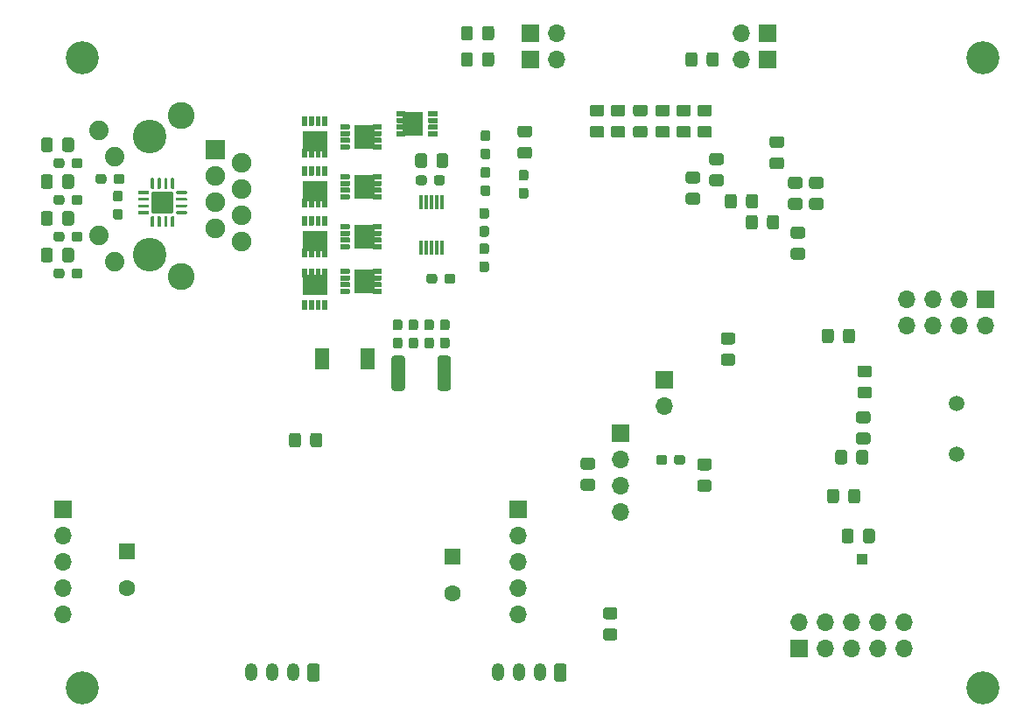
<source format=gbr>
%TF.GenerationSoftware,KiCad,Pcbnew,(5.1.12)-1*%
%TF.CreationDate,2022-03-31T08:37:18-05:00*%
%TF.ProjectId,PoE_Stepper_Driver,506f455f-5374-4657-9070-65725f447269,rev?*%
%TF.SameCoordinates,Original*%
%TF.FileFunction,Soldermask,Bot*%
%TF.FilePolarity,Negative*%
%FSLAX46Y46*%
G04 Gerber Fmt 4.6, Leading zero omitted, Abs format (unit mm)*
G04 Created by KiCad (PCBNEW (5.1.12)-1) date 2022-03-31 08:37:18*
%MOMM*%
%LPD*%
G01*
G04 APERTURE LIST*
%ADD10C,3.200001*%
%ADD11R,1.900000X1.900000*%
%ADD12C,1.900000*%
%ADD13C,1.890000*%
%ADD14C,2.600000*%
%ADD15C,3.250000*%
%ADD16R,1.400000X2.100000*%
%ADD17O,1.200000X1.750000*%
%ADD18C,1.500000*%
%ADD19R,0.300000X1.400000*%
%ADD20C,1.600000*%
%ADD21R,1.600000X1.600000*%
%ADD22R,1.700000X1.700000*%
%ADD23O,1.700000X1.700000*%
%ADD24R,1.000000X1.000000*%
G04 APERTURE END LIST*
%TO.C,R40*%
G36*
G01*
X174821000Y-109543001D02*
X174821000Y-108642999D01*
G75*
G02*
X175070999Y-108393000I249999J0D01*
G01*
X175721001Y-108393000D01*
G75*
G02*
X175971000Y-108642999I0J-249999D01*
G01*
X175971000Y-109543001D01*
G75*
G02*
X175721001Y-109793000I-249999J0D01*
G01*
X175070999Y-109793000D01*
G75*
G02*
X174821000Y-109543001I0J249999D01*
G01*
G37*
G36*
G01*
X172771000Y-109543001D02*
X172771000Y-108642999D01*
G75*
G02*
X173020999Y-108393000I249999J0D01*
G01*
X173671001Y-108393000D01*
G75*
G02*
X173921000Y-108642999I0J-249999D01*
G01*
X173921000Y-109543001D01*
G75*
G02*
X173671001Y-109793000I-249999J0D01*
G01*
X173020999Y-109793000D01*
G75*
G02*
X172771000Y-109543001I0J249999D01*
G01*
G37*
%TD*%
D10*
%TO.C,REF\u002A\u002A*%
X99314000Y-123825000D03*
%TD*%
%TO.C,REF\u002A\u002A*%
X186436000Y-123825000D03*
%TD*%
D11*
%TO.C,J1*%
X112141000Y-71755000D03*
D12*
X114681000Y-73025000D03*
X112141000Y-74295000D03*
X114681000Y-75565000D03*
X112141000Y-76835000D03*
X114681000Y-78105000D03*
X112141000Y-79375000D03*
X114681000Y-80645000D03*
D13*
X102421000Y-82525000D03*
X100901000Y-79985000D03*
X102421000Y-72415000D03*
X100901000Y-69875000D03*
D14*
X108851000Y-68425000D03*
X108851000Y-83975000D03*
D15*
X105801000Y-70485000D03*
X105801000Y-81915000D03*
%TD*%
D10*
%TO.C,REF\u002A\u002A*%
X99314000Y-62865000D03*
%TD*%
%TO.C,REF\u002A\u002A*%
X186436000Y-62865000D03*
%TD*%
%TO.C,RT4*%
G36*
G01*
X99317000Y-79899500D02*
X99317000Y-80374500D01*
G75*
G02*
X99079500Y-80612000I-237500J0D01*
G01*
X98504500Y-80612000D01*
G75*
G02*
X98267000Y-80374500I0J237500D01*
G01*
X98267000Y-79899500D01*
G75*
G02*
X98504500Y-79662000I237500J0D01*
G01*
X99079500Y-79662000D01*
G75*
G02*
X99317000Y-79899500I0J-237500D01*
G01*
G37*
G36*
G01*
X97567000Y-79899500D02*
X97567000Y-80374500D01*
G75*
G02*
X97329500Y-80612000I-237500J0D01*
G01*
X96754500Y-80612000D01*
G75*
G02*
X96517000Y-80374500I0J237500D01*
G01*
X96517000Y-79899500D01*
G75*
G02*
X96754500Y-79662000I237500J0D01*
G01*
X97329500Y-79662000D01*
G75*
G02*
X97567000Y-79899500I0J-237500D01*
G01*
G37*
%TD*%
%TO.C,C5*%
G36*
G01*
X102505500Y-77439000D02*
X102980500Y-77439000D01*
G75*
G02*
X103218000Y-77676500I0J-237500D01*
G01*
X103218000Y-78251500D01*
G75*
G02*
X102980500Y-78489000I-237500J0D01*
G01*
X102505500Y-78489000D01*
G75*
G02*
X102268000Y-78251500I0J237500D01*
G01*
X102268000Y-77676500D01*
G75*
G02*
X102505500Y-77439000I237500J0D01*
G01*
G37*
G36*
G01*
X102505500Y-75689000D02*
X102980500Y-75689000D01*
G75*
G02*
X103218000Y-75926500I0J-237500D01*
G01*
X103218000Y-76501500D01*
G75*
G02*
X102980500Y-76739000I-237500J0D01*
G01*
X102505500Y-76739000D01*
G75*
G02*
X102268000Y-76501500I0J237500D01*
G01*
X102268000Y-75926500D01*
G75*
G02*
X102505500Y-75689000I237500J0D01*
G01*
G37*
%TD*%
%TO.C,C1*%
G36*
G01*
X138065500Y-73403000D02*
X138540500Y-73403000D01*
G75*
G02*
X138778000Y-73640500I0J-237500D01*
G01*
X138778000Y-74215500D01*
G75*
G02*
X138540500Y-74453000I-237500J0D01*
G01*
X138065500Y-74453000D01*
G75*
G02*
X137828000Y-74215500I0J237500D01*
G01*
X137828000Y-73640500D01*
G75*
G02*
X138065500Y-73403000I237500J0D01*
G01*
G37*
G36*
G01*
X138065500Y-75153000D02*
X138540500Y-75153000D01*
G75*
G02*
X138778000Y-75390500I0J-237500D01*
G01*
X138778000Y-75965500D01*
G75*
G02*
X138540500Y-76203000I-237500J0D01*
G01*
X138065500Y-76203000D01*
G75*
G02*
X137828000Y-75965500I0J237500D01*
G01*
X137828000Y-75390500D01*
G75*
G02*
X138065500Y-75153000I237500J0D01*
G01*
G37*
%TD*%
%TO.C,C3*%
G36*
G01*
X133555000Y-73221001D02*
X133555000Y-72320999D01*
G75*
G02*
X133804999Y-72071000I249999J0D01*
G01*
X134455001Y-72071000D01*
G75*
G02*
X134705000Y-72320999I0J-249999D01*
G01*
X134705000Y-73221001D01*
G75*
G02*
X134455001Y-73471000I-249999J0D01*
G01*
X133804999Y-73471000D01*
G75*
G02*
X133555000Y-73221001I0J249999D01*
G01*
G37*
G36*
G01*
X131505000Y-73221001D02*
X131505000Y-72320999D01*
G75*
G02*
X131754999Y-72071000I249999J0D01*
G01*
X132405001Y-72071000D01*
G75*
G02*
X132655000Y-72320999I0J-249999D01*
G01*
X132655000Y-73221001D01*
G75*
G02*
X132405001Y-73471000I-249999J0D01*
G01*
X131754999Y-73471000D01*
G75*
G02*
X131505000Y-73221001I0J249999D01*
G01*
G37*
%TD*%
%TO.C,C7*%
G36*
G01*
X159939117Y-102747967D02*
X159039115Y-102747967D01*
G75*
G02*
X158789116Y-102497968I0J249999D01*
G01*
X158789116Y-101847966D01*
G75*
G02*
X159039115Y-101597967I249999J0D01*
G01*
X159939117Y-101597967D01*
G75*
G02*
X160189116Y-101847966I0J-249999D01*
G01*
X160189116Y-102497968D01*
G75*
G02*
X159939117Y-102747967I-249999J0D01*
G01*
G37*
G36*
G01*
X159939117Y-104797967D02*
X159039115Y-104797967D01*
G75*
G02*
X158789116Y-104547968I0J249999D01*
G01*
X158789116Y-103897966D01*
G75*
G02*
X159039115Y-103647967I249999J0D01*
G01*
X159939117Y-103647967D01*
G75*
G02*
X160189116Y-103897966I0J-249999D01*
G01*
X160189116Y-104547968D01*
G75*
G02*
X159939117Y-104797967I-249999J0D01*
G01*
G37*
%TD*%
%TO.C,C14*%
G36*
G01*
X149917999Y-118052000D02*
X150818001Y-118052000D01*
G75*
G02*
X151068000Y-118301999I0J-249999D01*
G01*
X151068000Y-118952001D01*
G75*
G02*
X150818001Y-119202000I-249999J0D01*
G01*
X149917999Y-119202000D01*
G75*
G02*
X149668000Y-118952001I0J249999D01*
G01*
X149668000Y-118301999D01*
G75*
G02*
X149917999Y-118052000I249999J0D01*
G01*
G37*
G36*
G01*
X149917999Y-116002000D02*
X150818001Y-116002000D01*
G75*
G02*
X151068000Y-116251999I0J-249999D01*
G01*
X151068000Y-116902001D01*
G75*
G02*
X150818001Y-117152000I-249999J0D01*
G01*
X149917999Y-117152000D01*
G75*
G02*
X149668000Y-116902001I0J249999D01*
G01*
X149668000Y-116251999D01*
G75*
G02*
X149917999Y-116002000I249999J0D01*
G01*
G37*
%TD*%
%TO.C,C26*%
G36*
G01*
X161468000Y-77158001D02*
X161468000Y-76257999D01*
G75*
G02*
X161717999Y-76008000I249999J0D01*
G01*
X162368001Y-76008000D01*
G75*
G02*
X162618000Y-76257999I0J-249999D01*
G01*
X162618000Y-77158001D01*
G75*
G02*
X162368001Y-77408000I-249999J0D01*
G01*
X161717999Y-77408000D01*
G75*
G02*
X161468000Y-77158001I0J249999D01*
G01*
G37*
G36*
G01*
X163518000Y-77158001D02*
X163518000Y-76257999D01*
G75*
G02*
X163767999Y-76008000I249999J0D01*
G01*
X164418001Y-76008000D01*
G75*
G02*
X164668000Y-76257999I0J-249999D01*
G01*
X164668000Y-77158001D01*
G75*
G02*
X164418001Y-77408000I-249999J0D01*
G01*
X163767999Y-77408000D01*
G75*
G02*
X163518000Y-77158001I0J249999D01*
G01*
G37*
%TD*%
%TO.C,C27*%
G36*
G01*
X168725001Y-75496000D02*
X167824999Y-75496000D01*
G75*
G02*
X167575000Y-75246001I0J249999D01*
G01*
X167575000Y-74595999D01*
G75*
G02*
X167824999Y-74346000I249999J0D01*
G01*
X168725001Y-74346000D01*
G75*
G02*
X168975000Y-74595999I0J-249999D01*
G01*
X168975000Y-75246001D01*
G75*
G02*
X168725001Y-75496000I-249999J0D01*
G01*
G37*
G36*
G01*
X168725001Y-77546000D02*
X167824999Y-77546000D01*
G75*
G02*
X167575000Y-77296001I0J249999D01*
G01*
X167575000Y-76645999D01*
G75*
G02*
X167824999Y-76396000I249999J0D01*
G01*
X168725001Y-76396000D01*
G75*
G02*
X168975000Y-76645999I0J-249999D01*
G01*
X168975000Y-77296001D01*
G75*
G02*
X168725001Y-77546000I-249999J0D01*
G01*
G37*
%TD*%
%TO.C,C28*%
G36*
G01*
X160204999Y-72060000D02*
X161105001Y-72060000D01*
G75*
G02*
X161355000Y-72309999I0J-249999D01*
G01*
X161355000Y-72960001D01*
G75*
G02*
X161105001Y-73210000I-249999J0D01*
G01*
X160204999Y-73210000D01*
G75*
G02*
X159955000Y-72960001I0J249999D01*
G01*
X159955000Y-72309999D01*
G75*
G02*
X160204999Y-72060000I249999J0D01*
G01*
G37*
G36*
G01*
X160204999Y-74110000D02*
X161105001Y-74110000D01*
G75*
G02*
X161355000Y-74359999I0J-249999D01*
G01*
X161355000Y-75010001D01*
G75*
G02*
X161105001Y-75260000I-249999J0D01*
G01*
X160204999Y-75260000D01*
G75*
G02*
X159955000Y-75010001I0J249999D01*
G01*
X159955000Y-74359999D01*
G75*
G02*
X160204999Y-74110000I249999J0D01*
G01*
G37*
%TD*%
%TO.C,C30*%
G36*
G01*
X158819001Y-77038000D02*
X157918999Y-77038000D01*
G75*
G02*
X157669000Y-76788001I0J249999D01*
G01*
X157669000Y-76137999D01*
G75*
G02*
X157918999Y-75888000I249999J0D01*
G01*
X158819001Y-75888000D01*
G75*
G02*
X159069000Y-76137999I0J-249999D01*
G01*
X159069000Y-76788001D01*
G75*
G02*
X158819001Y-77038000I-249999J0D01*
G01*
G37*
G36*
G01*
X158819001Y-74988000D02*
X157918999Y-74988000D01*
G75*
G02*
X157669000Y-74738001I0J249999D01*
G01*
X157669000Y-74087999D01*
G75*
G02*
X157918999Y-73838000I249999J0D01*
G01*
X158819001Y-73838000D01*
G75*
G02*
X159069000Y-74087999I0J-249999D01*
G01*
X159069000Y-74738001D01*
G75*
G02*
X158819001Y-74988000I-249999J0D01*
G01*
G37*
%TD*%
%TO.C,C31*%
G36*
G01*
X166046999Y-70409000D02*
X166947001Y-70409000D01*
G75*
G02*
X167197000Y-70658999I0J-249999D01*
G01*
X167197000Y-71309001D01*
G75*
G02*
X166947001Y-71559000I-249999J0D01*
G01*
X166046999Y-71559000D01*
G75*
G02*
X165797000Y-71309001I0J249999D01*
G01*
X165797000Y-70658999D01*
G75*
G02*
X166046999Y-70409000I249999J0D01*
G01*
G37*
G36*
G01*
X166046999Y-72459000D02*
X166947001Y-72459000D01*
G75*
G02*
X167197000Y-72708999I0J-249999D01*
G01*
X167197000Y-73359001D01*
G75*
G02*
X166947001Y-73609000I-249999J0D01*
G01*
X166046999Y-73609000D01*
G75*
G02*
X165797000Y-73359001I0J249999D01*
G01*
X165797000Y-72708999D01*
G75*
G02*
X166046999Y-72459000I249999J0D01*
G01*
G37*
%TD*%
%TO.C,C32*%
G36*
G01*
X165550000Y-79190001D02*
X165550000Y-78289999D01*
G75*
G02*
X165799999Y-78040000I249999J0D01*
G01*
X166450001Y-78040000D01*
G75*
G02*
X166700000Y-78289999I0J-249999D01*
G01*
X166700000Y-79190001D01*
G75*
G02*
X166450001Y-79440000I-249999J0D01*
G01*
X165799999Y-79440000D01*
G75*
G02*
X165550000Y-79190001I0J249999D01*
G01*
G37*
G36*
G01*
X163500000Y-79190001D02*
X163500000Y-78289999D01*
G75*
G02*
X163749999Y-78040000I249999J0D01*
G01*
X164400001Y-78040000D01*
G75*
G02*
X164650000Y-78289999I0J-249999D01*
G01*
X164650000Y-79190001D01*
G75*
G02*
X164400001Y-79440000I-249999J0D01*
G01*
X163749999Y-79440000D01*
G75*
G02*
X163500000Y-79190001I0J249999D01*
G01*
G37*
%TD*%
%TO.C,C34*%
G36*
G01*
X161325114Y-91464966D02*
X162225116Y-91464966D01*
G75*
G02*
X162475115Y-91714965I0J-249999D01*
G01*
X162475115Y-92364967D01*
G75*
G02*
X162225116Y-92614966I-249999J0D01*
G01*
X161325114Y-92614966D01*
G75*
G02*
X161075115Y-92364967I0J249999D01*
G01*
X161075115Y-91714965D01*
G75*
G02*
X161325114Y-91464966I249999J0D01*
G01*
G37*
G36*
G01*
X161325114Y-89414966D02*
X162225116Y-89414966D01*
G75*
G02*
X162475115Y-89664965I0J-249999D01*
G01*
X162475115Y-90314967D01*
G75*
G02*
X162225116Y-90564966I-249999J0D01*
G01*
X161325114Y-90564966D01*
G75*
G02*
X161075115Y-90314967I0J249999D01*
G01*
X161075115Y-89664965D01*
G75*
G02*
X161325114Y-89414966I249999J0D01*
G01*
G37*
%TD*%
%TO.C,C35*%
G36*
G01*
X170843115Y-90194968D02*
X170843115Y-89294966D01*
G75*
G02*
X171093114Y-89044967I249999J0D01*
G01*
X171743116Y-89044967D01*
G75*
G02*
X171993115Y-89294966I0J-249999D01*
G01*
X171993115Y-90194968D01*
G75*
G02*
X171743116Y-90444967I-249999J0D01*
G01*
X171093114Y-90444967D01*
G75*
G02*
X170843115Y-90194968I0J249999D01*
G01*
G37*
G36*
G01*
X172893115Y-90194968D02*
X172893115Y-89294966D01*
G75*
G02*
X173143114Y-89044967I249999J0D01*
G01*
X173793116Y-89044967D01*
G75*
G02*
X174043115Y-89294966I0J-249999D01*
G01*
X174043115Y-90194968D01*
G75*
G02*
X173793116Y-90444967I-249999J0D01*
G01*
X173143114Y-90444967D01*
G75*
G02*
X172893115Y-90194968I0J249999D01*
G01*
G37*
%TD*%
%TO.C,C36*%
G36*
G01*
X175433117Y-95789967D02*
X174533115Y-95789967D01*
G75*
G02*
X174283116Y-95539968I0J249999D01*
G01*
X174283116Y-94889966D01*
G75*
G02*
X174533115Y-94639967I249999J0D01*
G01*
X175433117Y-94639967D01*
G75*
G02*
X175683116Y-94889966I0J-249999D01*
G01*
X175683116Y-95539968D01*
G75*
G02*
X175433117Y-95789967I-249999J0D01*
G01*
G37*
G36*
G01*
X175433117Y-93739967D02*
X174533115Y-93739967D01*
G75*
G02*
X174283116Y-93489968I0J249999D01*
G01*
X174283116Y-92839966D01*
G75*
G02*
X174533115Y-92589967I249999J0D01*
G01*
X175433117Y-92589967D01*
G75*
G02*
X175683116Y-92839966I0J-249999D01*
G01*
X175683116Y-93489968D01*
G75*
G02*
X175433117Y-93739967I-249999J0D01*
G01*
G37*
%TD*%
%TO.C,C37*%
G36*
G01*
X174406115Y-99084967D02*
X175306117Y-99084967D01*
G75*
G02*
X175556116Y-99334966I0J-249999D01*
G01*
X175556116Y-99984968D01*
G75*
G02*
X175306117Y-100234967I-249999J0D01*
G01*
X174406115Y-100234967D01*
G75*
G02*
X174156116Y-99984968I0J249999D01*
G01*
X174156116Y-99334966D01*
G75*
G02*
X174406115Y-99084967I249999J0D01*
G01*
G37*
G36*
G01*
X174406115Y-97034967D02*
X175306117Y-97034967D01*
G75*
G02*
X175556116Y-97284966I0J-249999D01*
G01*
X175556116Y-97934968D01*
G75*
G02*
X175306117Y-98184967I-249999J0D01*
G01*
X174406115Y-98184967D01*
G75*
G02*
X174156116Y-97934968I0J249999D01*
G01*
X174156116Y-97284966D01*
G75*
G02*
X174406115Y-97034967I249999J0D01*
G01*
G37*
%TD*%
%TO.C,C38*%
G36*
G01*
X174551116Y-104788966D02*
X174551116Y-105688968D01*
G75*
G02*
X174301117Y-105938967I-249999J0D01*
G01*
X173651115Y-105938967D01*
G75*
G02*
X173401116Y-105688968I0J249999D01*
G01*
X173401116Y-104788966D01*
G75*
G02*
X173651115Y-104538967I249999J0D01*
G01*
X174301117Y-104538967D01*
G75*
G02*
X174551116Y-104788966I0J-249999D01*
G01*
G37*
G36*
G01*
X172501116Y-104788966D02*
X172501116Y-105688968D01*
G75*
G02*
X172251117Y-105938967I-249999J0D01*
G01*
X171601115Y-105938967D01*
G75*
G02*
X171351116Y-105688968I0J249999D01*
G01*
X171351116Y-104788966D01*
G75*
G02*
X171601115Y-104538967I249999J0D01*
G01*
X172251117Y-104538967D01*
G75*
G02*
X172501116Y-104788966I0J-249999D01*
G01*
G37*
%TD*%
%TO.C,C39*%
G36*
G01*
X175336000Y-101022999D02*
X175336000Y-101923001D01*
G75*
G02*
X175086001Y-102173000I-249999J0D01*
G01*
X174435999Y-102173000D01*
G75*
G02*
X174186000Y-101923001I0J249999D01*
G01*
X174186000Y-101022999D01*
G75*
G02*
X174435999Y-100773000I249999J0D01*
G01*
X175086001Y-100773000D01*
G75*
G02*
X175336000Y-101022999I0J-249999D01*
G01*
G37*
G36*
G01*
X173286000Y-101022999D02*
X173286000Y-101923001D01*
G75*
G02*
X173036001Y-102173000I-249999J0D01*
G01*
X172385999Y-102173000D01*
G75*
G02*
X172136000Y-101923001I0J249999D01*
G01*
X172136000Y-101022999D01*
G75*
G02*
X172385999Y-100773000I249999J0D01*
G01*
X173036001Y-100773000D01*
G75*
G02*
X173286000Y-101022999I0J-249999D01*
G01*
G37*
%TD*%
%TO.C,CG2*%
G36*
G01*
X134955000Y-91894999D02*
X134955000Y-94795001D01*
G75*
G02*
X134705001Y-95045000I-249999J0D01*
G01*
X133904999Y-95045000D01*
G75*
G02*
X133655000Y-94795001I0J249999D01*
G01*
X133655000Y-91894999D01*
G75*
G02*
X133904999Y-91645000I249999J0D01*
G01*
X134705001Y-91645000D01*
G75*
G02*
X134955000Y-91894999I0J-249999D01*
G01*
G37*
G36*
G01*
X130505000Y-91894999D02*
X130505000Y-94795001D01*
G75*
G02*
X130255001Y-95045000I-249999J0D01*
G01*
X129454999Y-95045000D01*
G75*
G02*
X129205000Y-94795001I0J249999D01*
G01*
X129205000Y-91894999D01*
G75*
G02*
X129454999Y-91645000I249999J0D01*
G01*
X130255001Y-91645000D01*
G75*
G02*
X130505000Y-91894999I0J-249999D01*
G01*
G37*
%TD*%
%TO.C,CT1*%
G36*
G01*
X96460000Y-70796999D02*
X96460000Y-71697001D01*
G75*
G02*
X96210001Y-71947000I-249999J0D01*
G01*
X95559999Y-71947000D01*
G75*
G02*
X95310000Y-71697001I0J249999D01*
G01*
X95310000Y-70796999D01*
G75*
G02*
X95559999Y-70547000I249999J0D01*
G01*
X96210001Y-70547000D01*
G75*
G02*
X96460000Y-70796999I0J-249999D01*
G01*
G37*
G36*
G01*
X98510000Y-70796999D02*
X98510000Y-71697001D01*
G75*
G02*
X98260001Y-71947000I-249999J0D01*
G01*
X97609999Y-71947000D01*
G75*
G02*
X97360000Y-71697001I0J249999D01*
G01*
X97360000Y-70796999D01*
G75*
G02*
X97609999Y-70547000I249999J0D01*
G01*
X98260001Y-70547000D01*
G75*
G02*
X98510000Y-70796999I0J-249999D01*
G01*
G37*
%TD*%
%TO.C,CT2*%
G36*
G01*
X98501000Y-74352999D02*
X98501000Y-75253001D01*
G75*
G02*
X98251001Y-75503000I-249999J0D01*
G01*
X97600999Y-75503000D01*
G75*
G02*
X97351000Y-75253001I0J249999D01*
G01*
X97351000Y-74352999D01*
G75*
G02*
X97600999Y-74103000I249999J0D01*
G01*
X98251001Y-74103000D01*
G75*
G02*
X98501000Y-74352999I0J-249999D01*
G01*
G37*
G36*
G01*
X96451000Y-74352999D02*
X96451000Y-75253001D01*
G75*
G02*
X96201001Y-75503000I-249999J0D01*
G01*
X95550999Y-75503000D01*
G75*
G02*
X95301000Y-75253001I0J249999D01*
G01*
X95301000Y-74352999D01*
G75*
G02*
X95550999Y-74103000I249999J0D01*
G01*
X96201001Y-74103000D01*
G75*
G02*
X96451000Y-74352999I0J-249999D01*
G01*
G37*
%TD*%
%TO.C,CT3*%
G36*
G01*
X98501000Y-81464999D02*
X98501000Y-82365001D01*
G75*
G02*
X98251001Y-82615000I-249999J0D01*
G01*
X97600999Y-82615000D01*
G75*
G02*
X97351000Y-82365001I0J249999D01*
G01*
X97351000Y-81464999D01*
G75*
G02*
X97600999Y-81215000I249999J0D01*
G01*
X98251001Y-81215000D01*
G75*
G02*
X98501000Y-81464999I0J-249999D01*
G01*
G37*
G36*
G01*
X96451000Y-81464999D02*
X96451000Y-82365001D01*
G75*
G02*
X96201001Y-82615000I-249999J0D01*
G01*
X95550999Y-82615000D01*
G75*
G02*
X95301000Y-82365001I0J249999D01*
G01*
X95301000Y-81464999D01*
G75*
G02*
X95550999Y-81215000I249999J0D01*
G01*
X96201001Y-81215000D01*
G75*
G02*
X96451000Y-81464999I0J-249999D01*
G01*
G37*
%TD*%
%TO.C,CT4*%
G36*
G01*
X96451000Y-77908999D02*
X96451000Y-78809001D01*
G75*
G02*
X96201001Y-79059000I-249999J0D01*
G01*
X95550999Y-79059000D01*
G75*
G02*
X95301000Y-78809001I0J249999D01*
G01*
X95301000Y-77908999D01*
G75*
G02*
X95550999Y-77659000I249999J0D01*
G01*
X96201001Y-77659000D01*
G75*
G02*
X96451000Y-77908999I0J-249999D01*
G01*
G37*
G36*
G01*
X98501000Y-77908999D02*
X98501000Y-78809001D01*
G75*
G02*
X98251001Y-79059000I-249999J0D01*
G01*
X97600999Y-79059000D01*
G75*
G02*
X97351000Y-78809001I0J249999D01*
G01*
X97351000Y-77908999D01*
G75*
G02*
X97600999Y-77659000I249999J0D01*
G01*
X98251001Y-77659000D01*
G75*
G02*
X98501000Y-77908999I0J-249999D01*
G01*
G37*
%TD*%
D16*
%TO.C,D2*%
X122514000Y-91948000D03*
X126914000Y-91948000D03*
%TD*%
%TO.C,J2*%
G36*
G01*
X122266000Y-121675999D02*
X122266000Y-122926001D01*
G75*
G02*
X122016001Y-123176000I-249999J0D01*
G01*
X121315999Y-123176000D01*
G75*
G02*
X121066000Y-122926001I0J249999D01*
G01*
X121066000Y-121675999D01*
G75*
G02*
X121315999Y-121426000I249999J0D01*
G01*
X122016001Y-121426000D01*
G75*
G02*
X122266000Y-121675999I0J-249999D01*
G01*
G37*
D17*
X119666000Y-122301000D03*
X117666000Y-122301000D03*
X115666000Y-122301000D03*
%TD*%
%TO.C,R4*%
G36*
G01*
X139141000Y-60001999D02*
X139141000Y-60902001D01*
G75*
G02*
X138891001Y-61152000I-249999J0D01*
G01*
X138240999Y-61152000D01*
G75*
G02*
X137991000Y-60902001I0J249999D01*
G01*
X137991000Y-60001999D01*
G75*
G02*
X138240999Y-59752000I249999J0D01*
G01*
X138891001Y-59752000D01*
G75*
G02*
X139141000Y-60001999I0J-249999D01*
G01*
G37*
G36*
G01*
X137091000Y-60001999D02*
X137091000Y-60902001D01*
G75*
G02*
X136841001Y-61152000I-249999J0D01*
G01*
X136190999Y-61152000D01*
G75*
G02*
X135941000Y-60902001I0J249999D01*
G01*
X135941000Y-60001999D01*
G75*
G02*
X136190999Y-59752000I249999J0D01*
G01*
X136841001Y-59752000D01*
G75*
G02*
X137091000Y-60001999I0J-249999D01*
G01*
G37*
%TD*%
%TO.C,R5*%
G36*
G01*
X137091000Y-62541999D02*
X137091000Y-63442001D01*
G75*
G02*
X136841001Y-63692000I-249999J0D01*
G01*
X136190999Y-63692000D01*
G75*
G02*
X135941000Y-63442001I0J249999D01*
G01*
X135941000Y-62541999D01*
G75*
G02*
X136190999Y-62292000I249999J0D01*
G01*
X136841001Y-62292000D01*
G75*
G02*
X137091000Y-62541999I0J-249999D01*
G01*
G37*
G36*
G01*
X139141000Y-62541999D02*
X139141000Y-63442001D01*
G75*
G02*
X138891001Y-63692000I-249999J0D01*
G01*
X138240999Y-63692000D01*
G75*
G02*
X137991000Y-63442001I0J249999D01*
G01*
X137991000Y-62541999D01*
G75*
G02*
X138240999Y-62292000I249999J0D01*
G01*
X138891001Y-62292000D01*
G75*
G02*
X139141000Y-62541999I0J-249999D01*
G01*
G37*
%TD*%
%TO.C,R6*%
G36*
G01*
X157658000Y-63442001D02*
X157658000Y-62541999D01*
G75*
G02*
X157907999Y-62292000I249999J0D01*
G01*
X158558001Y-62292000D01*
G75*
G02*
X158808000Y-62541999I0J-249999D01*
G01*
X158808000Y-63442001D01*
G75*
G02*
X158558001Y-63692000I-249999J0D01*
G01*
X157907999Y-63692000D01*
G75*
G02*
X157658000Y-63442001I0J249999D01*
G01*
G37*
G36*
G01*
X159708000Y-63442001D02*
X159708000Y-62541999D01*
G75*
G02*
X159957999Y-62292000I249999J0D01*
G01*
X160608001Y-62292000D01*
G75*
G02*
X160858000Y-62541999I0J-249999D01*
G01*
X160858000Y-63442001D01*
G75*
G02*
X160608001Y-63692000I-249999J0D01*
G01*
X159957999Y-63692000D01*
G75*
G02*
X159708000Y-63442001I0J249999D01*
G01*
G37*
%TD*%
%TO.C,R9*%
G36*
G01*
X138413500Y-81819000D02*
X137938500Y-81819000D01*
G75*
G02*
X137701000Y-81581500I0J237500D01*
G01*
X137701000Y-81006500D01*
G75*
G02*
X137938500Y-80769000I237500J0D01*
G01*
X138413500Y-80769000D01*
G75*
G02*
X138651000Y-81006500I0J-237500D01*
G01*
X138651000Y-81581500D01*
G75*
G02*
X138413500Y-81819000I-237500J0D01*
G01*
G37*
G36*
G01*
X138413500Y-83569000D02*
X137938500Y-83569000D01*
G75*
G02*
X137701000Y-83331500I0J237500D01*
G01*
X137701000Y-82756500D01*
G75*
G02*
X137938500Y-82519000I237500J0D01*
G01*
X138413500Y-82519000D01*
G75*
G02*
X138651000Y-82756500I0J-237500D01*
G01*
X138651000Y-83331500D01*
G75*
G02*
X138413500Y-83569000I-237500J0D01*
G01*
G37*
%TD*%
%TO.C,R10*%
G36*
G01*
X135385000Y-83963500D02*
X135385000Y-84438500D01*
G75*
G02*
X135147500Y-84676000I-237500J0D01*
G01*
X134572500Y-84676000D01*
G75*
G02*
X134335000Y-84438500I0J237500D01*
G01*
X134335000Y-83963500D01*
G75*
G02*
X134572500Y-83726000I237500J0D01*
G01*
X135147500Y-83726000D01*
G75*
G02*
X135385000Y-83963500I0J-237500D01*
G01*
G37*
G36*
G01*
X133635000Y-83963500D02*
X133635000Y-84438500D01*
G75*
G02*
X133397500Y-84676000I-237500J0D01*
G01*
X132822500Y-84676000D01*
G75*
G02*
X132585000Y-84438500I0J237500D01*
G01*
X132585000Y-83963500D01*
G75*
G02*
X132822500Y-83726000I237500J0D01*
G01*
X133397500Y-83726000D01*
G75*
G02*
X133635000Y-83963500I0J-237500D01*
G01*
G37*
%TD*%
%TO.C,R11*%
G36*
G01*
X138413500Y-78404000D02*
X137938500Y-78404000D01*
G75*
G02*
X137701000Y-78166500I0J237500D01*
G01*
X137701000Y-77591500D01*
G75*
G02*
X137938500Y-77354000I237500J0D01*
G01*
X138413500Y-77354000D01*
G75*
G02*
X138651000Y-77591500I0J-237500D01*
G01*
X138651000Y-78166500D01*
G75*
G02*
X138413500Y-78404000I-237500J0D01*
G01*
G37*
G36*
G01*
X138413500Y-80154000D02*
X137938500Y-80154000D01*
G75*
G02*
X137701000Y-79916500I0J237500D01*
G01*
X137701000Y-79341500D01*
G75*
G02*
X137938500Y-79104000I237500J0D01*
G01*
X138413500Y-79104000D01*
G75*
G02*
X138651000Y-79341500I0J-237500D01*
G01*
X138651000Y-79916500D01*
G75*
G02*
X138413500Y-80154000I-237500J0D01*
G01*
G37*
%TD*%
%TO.C,R12*%
G36*
G01*
X141662999Y-71443000D02*
X142563001Y-71443000D01*
G75*
G02*
X142813000Y-71692999I0J-249999D01*
G01*
X142813000Y-72343001D01*
G75*
G02*
X142563001Y-72593000I-249999J0D01*
G01*
X141662999Y-72593000D01*
G75*
G02*
X141413000Y-72343001I0J249999D01*
G01*
X141413000Y-71692999D01*
G75*
G02*
X141662999Y-71443000I249999J0D01*
G01*
G37*
G36*
G01*
X141662999Y-69393000D02*
X142563001Y-69393000D01*
G75*
G02*
X142813000Y-69642999I0J-249999D01*
G01*
X142813000Y-70293001D01*
G75*
G02*
X142563001Y-70543000I-249999J0D01*
G01*
X141662999Y-70543000D01*
G75*
G02*
X141413000Y-70293001I0J249999D01*
G01*
X141413000Y-69642999D01*
G75*
G02*
X141662999Y-69393000I249999J0D01*
G01*
G37*
%TD*%
%TO.C,R13*%
G36*
G01*
X138065500Y-69847000D02*
X138540500Y-69847000D01*
G75*
G02*
X138778000Y-70084500I0J-237500D01*
G01*
X138778000Y-70659500D01*
G75*
G02*
X138540500Y-70897000I-237500J0D01*
G01*
X138065500Y-70897000D01*
G75*
G02*
X137828000Y-70659500I0J237500D01*
G01*
X137828000Y-70084500D01*
G75*
G02*
X138065500Y-69847000I237500J0D01*
G01*
G37*
G36*
G01*
X138065500Y-71597000D02*
X138540500Y-71597000D01*
G75*
G02*
X138778000Y-71834500I0J-237500D01*
G01*
X138778000Y-72409500D01*
G75*
G02*
X138540500Y-72647000I-237500J0D01*
G01*
X138065500Y-72647000D01*
G75*
G02*
X137828000Y-72409500I0J237500D01*
G01*
X137828000Y-71834500D01*
G75*
G02*
X138065500Y-71597000I237500J0D01*
G01*
G37*
%TD*%
%TO.C,R14*%
G36*
G01*
X141748500Y-75407000D02*
X142223500Y-75407000D01*
G75*
G02*
X142461000Y-75644500I0J-237500D01*
G01*
X142461000Y-76219500D01*
G75*
G02*
X142223500Y-76457000I-237500J0D01*
G01*
X141748500Y-76457000D01*
G75*
G02*
X141511000Y-76219500I0J237500D01*
G01*
X141511000Y-75644500D01*
G75*
G02*
X141748500Y-75407000I237500J0D01*
G01*
G37*
G36*
G01*
X141748500Y-73657000D02*
X142223500Y-73657000D01*
G75*
G02*
X142461000Y-73894500I0J-237500D01*
G01*
X142461000Y-74469500D01*
G75*
G02*
X142223500Y-74707000I-237500J0D01*
G01*
X141748500Y-74707000D01*
G75*
G02*
X141511000Y-74469500I0J237500D01*
G01*
X141511000Y-73894500D01*
G75*
G02*
X141748500Y-73657000I237500J0D01*
G01*
G37*
%TD*%
%TO.C,R15*%
G36*
G01*
X134369000Y-74438500D02*
X134369000Y-74913500D01*
G75*
G02*
X134131500Y-75151000I-237500J0D01*
G01*
X133556500Y-75151000D01*
G75*
G02*
X133319000Y-74913500I0J237500D01*
G01*
X133319000Y-74438500D01*
G75*
G02*
X133556500Y-74201000I237500J0D01*
G01*
X134131500Y-74201000D01*
G75*
G02*
X134369000Y-74438500I0J-237500D01*
G01*
G37*
G36*
G01*
X132619000Y-74438500D02*
X132619000Y-74913500D01*
G75*
G02*
X132381500Y-75151000I-237500J0D01*
G01*
X131806500Y-75151000D01*
G75*
G02*
X131569000Y-74913500I0J237500D01*
G01*
X131569000Y-74438500D01*
G75*
G02*
X131806500Y-74201000I237500J0D01*
G01*
X132381500Y-74201000D01*
G75*
G02*
X132619000Y-74438500I0J-237500D01*
G01*
G37*
%TD*%
%TO.C,R18*%
G36*
G01*
X103381000Y-74311500D02*
X103381000Y-74786500D01*
G75*
G02*
X103143500Y-75024000I-237500J0D01*
G01*
X102568500Y-75024000D01*
G75*
G02*
X102331000Y-74786500I0J237500D01*
G01*
X102331000Y-74311500D01*
G75*
G02*
X102568500Y-74074000I237500J0D01*
G01*
X103143500Y-74074000D01*
G75*
G02*
X103381000Y-74311500I0J-237500D01*
G01*
G37*
G36*
G01*
X101631000Y-74311500D02*
X101631000Y-74786500D01*
G75*
G02*
X101393500Y-75024000I-237500J0D01*
G01*
X100818500Y-75024000D01*
G75*
G02*
X100581000Y-74786500I0J237500D01*
G01*
X100581000Y-74311500D01*
G75*
G02*
X100818500Y-74074000I237500J0D01*
G01*
X101393500Y-74074000D01*
G75*
G02*
X101631000Y-74311500I0J-237500D01*
G01*
G37*
%TD*%
%TO.C,RT1*%
G36*
G01*
X97567000Y-72787500D02*
X97567000Y-73262500D01*
G75*
G02*
X97329500Y-73500000I-237500J0D01*
G01*
X96754500Y-73500000D01*
G75*
G02*
X96517000Y-73262500I0J237500D01*
G01*
X96517000Y-72787500D01*
G75*
G02*
X96754500Y-72550000I237500J0D01*
G01*
X97329500Y-72550000D01*
G75*
G02*
X97567000Y-72787500I0J-237500D01*
G01*
G37*
G36*
G01*
X99317000Y-72787500D02*
X99317000Y-73262500D01*
G75*
G02*
X99079500Y-73500000I-237500J0D01*
G01*
X98504500Y-73500000D01*
G75*
G02*
X98267000Y-73262500I0J237500D01*
G01*
X98267000Y-72787500D01*
G75*
G02*
X98504500Y-72550000I237500J0D01*
G01*
X99079500Y-72550000D01*
G75*
G02*
X99317000Y-72787500I0J-237500D01*
G01*
G37*
%TD*%
%TO.C,RT2*%
G36*
G01*
X99317000Y-76343500D02*
X99317000Y-76818500D01*
G75*
G02*
X99079500Y-77056000I-237500J0D01*
G01*
X98504500Y-77056000D01*
G75*
G02*
X98267000Y-76818500I0J237500D01*
G01*
X98267000Y-76343500D01*
G75*
G02*
X98504500Y-76106000I237500J0D01*
G01*
X99079500Y-76106000D01*
G75*
G02*
X99317000Y-76343500I0J-237500D01*
G01*
G37*
G36*
G01*
X97567000Y-76343500D02*
X97567000Y-76818500D01*
G75*
G02*
X97329500Y-77056000I-237500J0D01*
G01*
X96754500Y-77056000D01*
G75*
G02*
X96517000Y-76818500I0J237500D01*
G01*
X96517000Y-76343500D01*
G75*
G02*
X96754500Y-76106000I237500J0D01*
G01*
X97329500Y-76106000D01*
G75*
G02*
X97567000Y-76343500I0J-237500D01*
G01*
G37*
%TD*%
%TO.C,RT3*%
G36*
G01*
X97567000Y-83455500D02*
X97567000Y-83930500D01*
G75*
G02*
X97329500Y-84168000I-237500J0D01*
G01*
X96754500Y-84168000D01*
G75*
G02*
X96517000Y-83930500I0J237500D01*
G01*
X96517000Y-83455500D01*
G75*
G02*
X96754500Y-83218000I237500J0D01*
G01*
X97329500Y-83218000D01*
G75*
G02*
X97567000Y-83455500I0J-237500D01*
G01*
G37*
G36*
G01*
X99317000Y-83455500D02*
X99317000Y-83930500D01*
G75*
G02*
X99079500Y-84168000I-237500J0D01*
G01*
X98504500Y-84168000D01*
G75*
G02*
X98267000Y-83930500I0J237500D01*
G01*
X98267000Y-83455500D01*
G75*
G02*
X98504500Y-83218000I237500J0D01*
G01*
X99079500Y-83218000D01*
G75*
G02*
X99317000Y-83455500I0J-237500D01*
G01*
G37*
%TD*%
%TO.C,RT5*%
G36*
G01*
X134128500Y-89885000D02*
X134603500Y-89885000D01*
G75*
G02*
X134841000Y-90122500I0J-237500D01*
G01*
X134841000Y-90697500D01*
G75*
G02*
X134603500Y-90935000I-237500J0D01*
G01*
X134128500Y-90935000D01*
G75*
G02*
X133891000Y-90697500I0J237500D01*
G01*
X133891000Y-90122500D01*
G75*
G02*
X134128500Y-89885000I237500J0D01*
G01*
G37*
G36*
G01*
X134128500Y-88135000D02*
X134603500Y-88135000D01*
G75*
G02*
X134841000Y-88372500I0J-237500D01*
G01*
X134841000Y-88947500D01*
G75*
G02*
X134603500Y-89185000I-237500J0D01*
G01*
X134128500Y-89185000D01*
G75*
G02*
X133891000Y-88947500I0J237500D01*
G01*
X133891000Y-88372500D01*
G75*
G02*
X134128500Y-88135000I237500J0D01*
G01*
G37*
%TD*%
%TO.C,RT6*%
G36*
G01*
X132604500Y-88149000D02*
X133079500Y-88149000D01*
G75*
G02*
X133317000Y-88386500I0J-237500D01*
G01*
X133317000Y-88961500D01*
G75*
G02*
X133079500Y-89199000I-237500J0D01*
G01*
X132604500Y-89199000D01*
G75*
G02*
X132367000Y-88961500I0J237500D01*
G01*
X132367000Y-88386500D01*
G75*
G02*
X132604500Y-88149000I237500J0D01*
G01*
G37*
G36*
G01*
X132604500Y-89899000D02*
X133079500Y-89899000D01*
G75*
G02*
X133317000Y-90136500I0J-237500D01*
G01*
X133317000Y-90711500D01*
G75*
G02*
X133079500Y-90949000I-237500J0D01*
G01*
X132604500Y-90949000D01*
G75*
G02*
X132367000Y-90711500I0J237500D01*
G01*
X132367000Y-90136500D01*
G75*
G02*
X132604500Y-89899000I237500J0D01*
G01*
G37*
%TD*%
%TO.C,RT7*%
G36*
G01*
X131080500Y-89899000D02*
X131555500Y-89899000D01*
G75*
G02*
X131793000Y-90136500I0J-237500D01*
G01*
X131793000Y-90711500D01*
G75*
G02*
X131555500Y-90949000I-237500J0D01*
G01*
X131080500Y-90949000D01*
G75*
G02*
X130843000Y-90711500I0J237500D01*
G01*
X130843000Y-90136500D01*
G75*
G02*
X131080500Y-89899000I237500J0D01*
G01*
G37*
G36*
G01*
X131080500Y-88149000D02*
X131555500Y-88149000D01*
G75*
G02*
X131793000Y-88386500I0J-237500D01*
G01*
X131793000Y-88961500D01*
G75*
G02*
X131555500Y-89199000I-237500J0D01*
G01*
X131080500Y-89199000D01*
G75*
G02*
X130843000Y-88961500I0J237500D01*
G01*
X130843000Y-88386500D01*
G75*
G02*
X131080500Y-88149000I237500J0D01*
G01*
G37*
%TD*%
%TO.C,RT8*%
G36*
G01*
X129556500Y-88149000D02*
X130031500Y-88149000D01*
G75*
G02*
X130269000Y-88386500I0J-237500D01*
G01*
X130269000Y-88961500D01*
G75*
G02*
X130031500Y-89199000I-237500J0D01*
G01*
X129556500Y-89199000D01*
G75*
G02*
X129319000Y-88961500I0J237500D01*
G01*
X129319000Y-88386500D01*
G75*
G02*
X129556500Y-88149000I237500J0D01*
G01*
G37*
G36*
G01*
X129556500Y-89899000D02*
X130031500Y-89899000D01*
G75*
G02*
X130269000Y-90136500I0J-237500D01*
G01*
X130269000Y-90711500D01*
G75*
G02*
X130031500Y-90949000I-237500J0D01*
G01*
X129556500Y-90949000D01*
G75*
G02*
X129319000Y-90711500I0J237500D01*
G01*
X129319000Y-90136500D01*
G75*
G02*
X129556500Y-89899000I237500J0D01*
G01*
G37*
%TD*%
%TO.C,U1*%
G36*
G01*
X108136000Y-76009999D02*
X108136000Y-77660001D01*
G75*
G02*
X107886001Y-77910000I-249999J0D01*
G01*
X106235999Y-77910000D01*
G75*
G02*
X105986000Y-77660001I0J249999D01*
G01*
X105986000Y-76009999D01*
G75*
G02*
X106235999Y-75760000I249999J0D01*
G01*
X107886001Y-75760000D01*
G75*
G02*
X108136000Y-76009999I0J-249999D01*
G01*
G37*
G36*
G01*
X109436000Y-75785000D02*
X109436000Y-75935000D01*
G75*
G02*
X109361000Y-76010000I-75000J0D01*
G01*
X108436000Y-76010000D01*
G75*
G02*
X108361000Y-75935000I0J75000D01*
G01*
X108361000Y-75785000D01*
G75*
G02*
X108436000Y-75710000I75000J0D01*
G01*
X109361000Y-75710000D01*
G75*
G02*
X109436000Y-75785000I0J-75000D01*
G01*
G37*
G36*
G01*
X109436000Y-76435000D02*
X109436000Y-76585000D01*
G75*
G02*
X109361000Y-76660000I-75000J0D01*
G01*
X108436000Y-76660000D01*
G75*
G02*
X108361000Y-76585000I0J75000D01*
G01*
X108361000Y-76435000D01*
G75*
G02*
X108436000Y-76360000I75000J0D01*
G01*
X109361000Y-76360000D01*
G75*
G02*
X109436000Y-76435000I0J-75000D01*
G01*
G37*
G36*
G01*
X109436000Y-77085000D02*
X109436000Y-77235000D01*
G75*
G02*
X109361000Y-77310000I-75000J0D01*
G01*
X108436000Y-77310000D01*
G75*
G02*
X108361000Y-77235000I0J75000D01*
G01*
X108361000Y-77085000D01*
G75*
G02*
X108436000Y-77010000I75000J0D01*
G01*
X109361000Y-77010000D01*
G75*
G02*
X109436000Y-77085000I0J-75000D01*
G01*
G37*
G36*
G01*
X109436000Y-77735000D02*
X109436000Y-77885000D01*
G75*
G02*
X109361000Y-77960000I-75000J0D01*
G01*
X108436000Y-77960000D01*
G75*
G02*
X108361000Y-77885000I0J75000D01*
G01*
X108361000Y-77735000D01*
G75*
G02*
X108436000Y-77660000I75000J0D01*
G01*
X109361000Y-77660000D01*
G75*
G02*
X109436000Y-77735000I0J-75000D01*
G01*
G37*
G36*
G01*
X108186000Y-78210000D02*
X108186000Y-79135000D01*
G75*
G02*
X108111000Y-79210000I-75000J0D01*
G01*
X107961000Y-79210000D01*
G75*
G02*
X107886000Y-79135000I0J75000D01*
G01*
X107886000Y-78210000D01*
G75*
G02*
X107961000Y-78135000I75000J0D01*
G01*
X108111000Y-78135000D01*
G75*
G02*
X108186000Y-78210000I0J-75000D01*
G01*
G37*
G36*
G01*
X107536000Y-78210000D02*
X107536000Y-79135000D01*
G75*
G02*
X107461000Y-79210000I-75000J0D01*
G01*
X107311000Y-79210000D01*
G75*
G02*
X107236000Y-79135000I0J75000D01*
G01*
X107236000Y-78210000D01*
G75*
G02*
X107311000Y-78135000I75000J0D01*
G01*
X107461000Y-78135000D01*
G75*
G02*
X107536000Y-78210000I0J-75000D01*
G01*
G37*
G36*
G01*
X106886000Y-78210000D02*
X106886000Y-79135000D01*
G75*
G02*
X106811000Y-79210000I-75000J0D01*
G01*
X106661000Y-79210000D01*
G75*
G02*
X106586000Y-79135000I0J75000D01*
G01*
X106586000Y-78210000D01*
G75*
G02*
X106661000Y-78135000I75000J0D01*
G01*
X106811000Y-78135000D01*
G75*
G02*
X106886000Y-78210000I0J-75000D01*
G01*
G37*
G36*
G01*
X106236000Y-78210000D02*
X106236000Y-79135000D01*
G75*
G02*
X106161000Y-79210000I-75000J0D01*
G01*
X106011000Y-79210000D01*
G75*
G02*
X105936000Y-79135000I0J75000D01*
G01*
X105936000Y-78210000D01*
G75*
G02*
X106011000Y-78135000I75000J0D01*
G01*
X106161000Y-78135000D01*
G75*
G02*
X106236000Y-78210000I0J-75000D01*
G01*
G37*
G36*
G01*
X105761000Y-77735000D02*
X105761000Y-77885000D01*
G75*
G02*
X105686000Y-77960000I-75000J0D01*
G01*
X104761000Y-77960000D01*
G75*
G02*
X104686000Y-77885000I0J75000D01*
G01*
X104686000Y-77735000D01*
G75*
G02*
X104761000Y-77660000I75000J0D01*
G01*
X105686000Y-77660000D01*
G75*
G02*
X105761000Y-77735000I0J-75000D01*
G01*
G37*
G36*
G01*
X105761000Y-77085000D02*
X105761000Y-77235000D01*
G75*
G02*
X105686000Y-77310000I-75000J0D01*
G01*
X104761000Y-77310000D01*
G75*
G02*
X104686000Y-77235000I0J75000D01*
G01*
X104686000Y-77085000D01*
G75*
G02*
X104761000Y-77010000I75000J0D01*
G01*
X105686000Y-77010000D01*
G75*
G02*
X105761000Y-77085000I0J-75000D01*
G01*
G37*
G36*
G01*
X105761000Y-76435000D02*
X105761000Y-76585000D01*
G75*
G02*
X105686000Y-76660000I-75000J0D01*
G01*
X104761000Y-76660000D01*
G75*
G02*
X104686000Y-76585000I0J75000D01*
G01*
X104686000Y-76435000D01*
G75*
G02*
X104761000Y-76360000I75000J0D01*
G01*
X105686000Y-76360000D01*
G75*
G02*
X105761000Y-76435000I0J-75000D01*
G01*
G37*
G36*
G01*
X105761000Y-75785000D02*
X105761000Y-75935000D01*
G75*
G02*
X105686000Y-76010000I-75000J0D01*
G01*
X104761000Y-76010000D01*
G75*
G02*
X104686000Y-75935000I0J75000D01*
G01*
X104686000Y-75785000D01*
G75*
G02*
X104761000Y-75710000I75000J0D01*
G01*
X105686000Y-75710000D01*
G75*
G02*
X105761000Y-75785000I0J-75000D01*
G01*
G37*
G36*
G01*
X106236000Y-74535000D02*
X106236000Y-75460000D01*
G75*
G02*
X106161000Y-75535000I-75000J0D01*
G01*
X106011000Y-75535000D01*
G75*
G02*
X105936000Y-75460000I0J75000D01*
G01*
X105936000Y-74535000D01*
G75*
G02*
X106011000Y-74460000I75000J0D01*
G01*
X106161000Y-74460000D01*
G75*
G02*
X106236000Y-74535000I0J-75000D01*
G01*
G37*
G36*
G01*
X106886000Y-74535000D02*
X106886000Y-75460000D01*
G75*
G02*
X106811000Y-75535000I-75000J0D01*
G01*
X106661000Y-75535000D01*
G75*
G02*
X106586000Y-75460000I0J75000D01*
G01*
X106586000Y-74535000D01*
G75*
G02*
X106661000Y-74460000I75000J0D01*
G01*
X106811000Y-74460000D01*
G75*
G02*
X106886000Y-74535000I0J-75000D01*
G01*
G37*
G36*
G01*
X107536000Y-74535000D02*
X107536000Y-75460000D01*
G75*
G02*
X107461000Y-75535000I-75000J0D01*
G01*
X107311000Y-75535000D01*
G75*
G02*
X107236000Y-75460000I0J75000D01*
G01*
X107236000Y-74535000D01*
G75*
G02*
X107311000Y-74460000I75000J0D01*
G01*
X107461000Y-74460000D01*
G75*
G02*
X107536000Y-74535000I0J-75000D01*
G01*
G37*
G36*
G01*
X108186000Y-74535000D02*
X108186000Y-75460000D01*
G75*
G02*
X108111000Y-75535000I-75000J0D01*
G01*
X107961000Y-75535000D01*
G75*
G02*
X107886000Y-75460000I0J75000D01*
G01*
X107886000Y-74535000D01*
G75*
G02*
X107961000Y-74460000I75000J0D01*
G01*
X108111000Y-74460000D01*
G75*
G02*
X108186000Y-74535000I0J-75000D01*
G01*
G37*
%TD*%
D18*
%TO.C,Y1*%
X183873115Y-101174967D03*
X183873115Y-96294967D03*
%TD*%
D19*
%TO.C,U2*%
X134096000Y-81194000D03*
X133596000Y-81194000D03*
X133096000Y-81194000D03*
X132596000Y-81194000D03*
X132096000Y-81194000D03*
X132096000Y-76794000D03*
X132596000Y-76794000D03*
X133096000Y-76794000D03*
X133596000Y-76794000D03*
X134096000Y-76794000D03*
%TD*%
%TO.C,Q1*%
G36*
G01*
X133699000Y-69990000D02*
X133699000Y-70390000D01*
G75*
G02*
X133649000Y-70440000I-50000J0D01*
G01*
X132819000Y-70440000D01*
G75*
G02*
X132769000Y-70390000I0J50000D01*
G01*
X132769000Y-69990000D01*
G75*
G02*
X132819000Y-69940000I50000J0D01*
G01*
X133649000Y-69940000D01*
G75*
G02*
X133699000Y-69990000I0J-50000D01*
G01*
G37*
G36*
G01*
X130549000Y-69340000D02*
X130549000Y-69740000D01*
G75*
G02*
X130499000Y-69790000I-50000J0D01*
G01*
X129749000Y-69790000D01*
G75*
G02*
X129699000Y-69740000I0J50000D01*
G01*
X129699000Y-69340000D01*
G75*
G02*
X129749000Y-69290000I50000J0D01*
G01*
X130499000Y-69290000D01*
G75*
G02*
X130549000Y-69340000I0J-50000D01*
G01*
G37*
G36*
G01*
X132269000Y-68090000D02*
X132269000Y-70340000D01*
G75*
G02*
X132219000Y-70390000I-50000J0D01*
G01*
X130369000Y-70390000D01*
G75*
G02*
X130319000Y-70340000I0J50000D01*
G01*
X130319000Y-68090000D01*
G75*
G02*
X130369000Y-68040000I50000J0D01*
G01*
X132219000Y-68040000D01*
G75*
G02*
X132269000Y-68090000I0J-50000D01*
G01*
G37*
G36*
G01*
X133699000Y-69340000D02*
X133699000Y-69740000D01*
G75*
G02*
X133649000Y-69790000I-50000J0D01*
G01*
X132819000Y-69790000D01*
G75*
G02*
X132769000Y-69740000I0J50000D01*
G01*
X132769000Y-69340000D01*
G75*
G02*
X132819000Y-69290000I50000J0D01*
G01*
X133649000Y-69290000D01*
G75*
G02*
X133699000Y-69340000I0J-50000D01*
G01*
G37*
G36*
G01*
X133699000Y-68040000D02*
X133699000Y-68440000D01*
G75*
G02*
X133649000Y-68490000I-50000J0D01*
G01*
X132819000Y-68490000D01*
G75*
G02*
X132769000Y-68440000I0J50000D01*
G01*
X132769000Y-68040000D01*
G75*
G02*
X132819000Y-67990000I50000J0D01*
G01*
X133649000Y-67990000D01*
G75*
G02*
X133699000Y-68040000I0J-50000D01*
G01*
G37*
G36*
G01*
X133699000Y-68690000D02*
X133699000Y-69090000D01*
G75*
G02*
X133649000Y-69140000I-50000J0D01*
G01*
X132819000Y-69140000D01*
G75*
G02*
X132769000Y-69090000I0J50000D01*
G01*
X132769000Y-68690000D01*
G75*
G02*
X132819000Y-68640000I50000J0D01*
G01*
X133649000Y-68640000D01*
G75*
G02*
X133699000Y-68690000I0J-50000D01*
G01*
G37*
G36*
G01*
X130549000Y-68690000D02*
X130549000Y-69090000D01*
G75*
G02*
X130499000Y-69140000I-50000J0D01*
G01*
X129749000Y-69140000D01*
G75*
G02*
X129699000Y-69090000I0J50000D01*
G01*
X129699000Y-68690000D01*
G75*
G02*
X129749000Y-68640000I50000J0D01*
G01*
X130499000Y-68640000D01*
G75*
G02*
X130549000Y-68690000I0J-50000D01*
G01*
G37*
G36*
G01*
X130549000Y-69990000D02*
X130549000Y-70390000D01*
G75*
G02*
X130499000Y-70440000I-50000J0D01*
G01*
X129749000Y-70440000D01*
G75*
G02*
X129699000Y-70390000I0J50000D01*
G01*
X129699000Y-69990000D01*
G75*
G02*
X129749000Y-69940000I50000J0D01*
G01*
X130499000Y-69940000D01*
G75*
G02*
X130549000Y-69990000I0J-50000D01*
G01*
G37*
G36*
G01*
X130549000Y-68040000D02*
X130549000Y-68440000D01*
G75*
G02*
X130499000Y-68490000I-50000J0D01*
G01*
X129749000Y-68490000D01*
G75*
G02*
X129699000Y-68440000I0J50000D01*
G01*
X129699000Y-68040000D01*
G75*
G02*
X129749000Y-67990000I50000J0D01*
G01*
X130499000Y-67990000D01*
G75*
G02*
X130549000Y-68040000I0J-50000D01*
G01*
G37*
%TD*%
%TO.C,Q3*%
G36*
G01*
X127388000Y-81312000D02*
X127388000Y-80912000D01*
G75*
G02*
X127438000Y-80862000I50000J0D01*
G01*
X128188000Y-80862000D01*
G75*
G02*
X128238000Y-80912000I0J-50000D01*
G01*
X128238000Y-81312000D01*
G75*
G02*
X128188000Y-81362000I-50000J0D01*
G01*
X127438000Y-81362000D01*
G75*
G02*
X127388000Y-81312000I0J50000D01*
G01*
G37*
G36*
G01*
X127388000Y-79362000D02*
X127388000Y-78962000D01*
G75*
G02*
X127438000Y-78912000I50000J0D01*
G01*
X128188000Y-78912000D01*
G75*
G02*
X128238000Y-78962000I0J-50000D01*
G01*
X128238000Y-79362000D01*
G75*
G02*
X128188000Y-79412000I-50000J0D01*
G01*
X127438000Y-79412000D01*
G75*
G02*
X127388000Y-79362000I0J50000D01*
G01*
G37*
G36*
G01*
X127388000Y-80662000D02*
X127388000Y-80262000D01*
G75*
G02*
X127438000Y-80212000I50000J0D01*
G01*
X128188000Y-80212000D01*
G75*
G02*
X128238000Y-80262000I0J-50000D01*
G01*
X128238000Y-80662000D01*
G75*
G02*
X128188000Y-80712000I-50000J0D01*
G01*
X127438000Y-80712000D01*
G75*
G02*
X127388000Y-80662000I0J50000D01*
G01*
G37*
G36*
G01*
X124238000Y-80662000D02*
X124238000Y-80262000D01*
G75*
G02*
X124288000Y-80212000I50000J0D01*
G01*
X125118000Y-80212000D01*
G75*
G02*
X125168000Y-80262000I0J-50000D01*
G01*
X125168000Y-80662000D01*
G75*
G02*
X125118000Y-80712000I-50000J0D01*
G01*
X124288000Y-80712000D01*
G75*
G02*
X124238000Y-80662000I0J50000D01*
G01*
G37*
G36*
G01*
X124238000Y-81312000D02*
X124238000Y-80912000D01*
G75*
G02*
X124288000Y-80862000I50000J0D01*
G01*
X125118000Y-80862000D01*
G75*
G02*
X125168000Y-80912000I0J-50000D01*
G01*
X125168000Y-81312000D01*
G75*
G02*
X125118000Y-81362000I-50000J0D01*
G01*
X124288000Y-81362000D01*
G75*
G02*
X124238000Y-81312000I0J50000D01*
G01*
G37*
G36*
G01*
X124238000Y-80012000D02*
X124238000Y-79612000D01*
G75*
G02*
X124288000Y-79562000I50000J0D01*
G01*
X125118000Y-79562000D01*
G75*
G02*
X125168000Y-79612000I0J-50000D01*
G01*
X125168000Y-80012000D01*
G75*
G02*
X125118000Y-80062000I-50000J0D01*
G01*
X124288000Y-80062000D01*
G75*
G02*
X124238000Y-80012000I0J50000D01*
G01*
G37*
G36*
G01*
X125668000Y-81262000D02*
X125668000Y-79012000D01*
G75*
G02*
X125718000Y-78962000I50000J0D01*
G01*
X127568000Y-78962000D01*
G75*
G02*
X127618000Y-79012000I0J-50000D01*
G01*
X127618000Y-81262000D01*
G75*
G02*
X127568000Y-81312000I-50000J0D01*
G01*
X125718000Y-81312000D01*
G75*
G02*
X125668000Y-81262000I0J50000D01*
G01*
G37*
G36*
G01*
X127388000Y-80012000D02*
X127388000Y-79612000D01*
G75*
G02*
X127438000Y-79562000I50000J0D01*
G01*
X128188000Y-79562000D01*
G75*
G02*
X128238000Y-79612000I0J-50000D01*
G01*
X128238000Y-80012000D01*
G75*
G02*
X128188000Y-80062000I-50000J0D01*
G01*
X127438000Y-80062000D01*
G75*
G02*
X127388000Y-80012000I0J50000D01*
G01*
G37*
G36*
G01*
X124238000Y-79362000D02*
X124238000Y-78962000D01*
G75*
G02*
X124288000Y-78912000I50000J0D01*
G01*
X125118000Y-78912000D01*
G75*
G02*
X125168000Y-78962000I0J-50000D01*
G01*
X125168000Y-79362000D01*
G75*
G02*
X125118000Y-79412000I-50000J0D01*
G01*
X124288000Y-79412000D01*
G75*
G02*
X124238000Y-79362000I0J50000D01*
G01*
G37*
%TD*%
%TO.C,Q4*%
G36*
G01*
X120618000Y-81287000D02*
X121018000Y-81287000D01*
G75*
G02*
X121068000Y-81337000I0J-50000D01*
G01*
X121068000Y-82087000D01*
G75*
G02*
X121018000Y-82137000I-50000J0D01*
G01*
X120618000Y-82137000D01*
G75*
G02*
X120568000Y-82087000I0J50000D01*
G01*
X120568000Y-81337000D01*
G75*
G02*
X120618000Y-81287000I50000J0D01*
G01*
G37*
G36*
G01*
X122568000Y-81287000D02*
X122968000Y-81287000D01*
G75*
G02*
X123018000Y-81337000I0J-50000D01*
G01*
X123018000Y-82087000D01*
G75*
G02*
X122968000Y-82137000I-50000J0D01*
G01*
X122568000Y-82137000D01*
G75*
G02*
X122518000Y-82087000I0J50000D01*
G01*
X122518000Y-81337000D01*
G75*
G02*
X122568000Y-81287000I50000J0D01*
G01*
G37*
G36*
G01*
X121268000Y-81287000D02*
X121668000Y-81287000D01*
G75*
G02*
X121718000Y-81337000I0J-50000D01*
G01*
X121718000Y-82087000D01*
G75*
G02*
X121668000Y-82137000I-50000J0D01*
G01*
X121268000Y-82137000D01*
G75*
G02*
X121218000Y-82087000I0J50000D01*
G01*
X121218000Y-81337000D01*
G75*
G02*
X121268000Y-81287000I50000J0D01*
G01*
G37*
G36*
G01*
X121268000Y-78137000D02*
X121668000Y-78137000D01*
G75*
G02*
X121718000Y-78187000I0J-50000D01*
G01*
X121718000Y-79017000D01*
G75*
G02*
X121668000Y-79067000I-50000J0D01*
G01*
X121268000Y-79067000D01*
G75*
G02*
X121218000Y-79017000I0J50000D01*
G01*
X121218000Y-78187000D01*
G75*
G02*
X121268000Y-78137000I50000J0D01*
G01*
G37*
G36*
G01*
X120618000Y-78137000D02*
X121018000Y-78137000D01*
G75*
G02*
X121068000Y-78187000I0J-50000D01*
G01*
X121068000Y-79017000D01*
G75*
G02*
X121018000Y-79067000I-50000J0D01*
G01*
X120618000Y-79067000D01*
G75*
G02*
X120568000Y-79017000I0J50000D01*
G01*
X120568000Y-78187000D01*
G75*
G02*
X120618000Y-78137000I50000J0D01*
G01*
G37*
G36*
G01*
X121918000Y-78137000D02*
X122318000Y-78137000D01*
G75*
G02*
X122368000Y-78187000I0J-50000D01*
G01*
X122368000Y-79017000D01*
G75*
G02*
X122318000Y-79067000I-50000J0D01*
G01*
X121918000Y-79067000D01*
G75*
G02*
X121868000Y-79017000I0J50000D01*
G01*
X121868000Y-78187000D01*
G75*
G02*
X121918000Y-78137000I50000J0D01*
G01*
G37*
G36*
G01*
X120668000Y-79567000D02*
X122918000Y-79567000D01*
G75*
G02*
X122968000Y-79617000I0J-50000D01*
G01*
X122968000Y-81467000D01*
G75*
G02*
X122918000Y-81517000I-50000J0D01*
G01*
X120668000Y-81517000D01*
G75*
G02*
X120618000Y-81467000I0J50000D01*
G01*
X120618000Y-79617000D01*
G75*
G02*
X120668000Y-79567000I50000J0D01*
G01*
G37*
G36*
G01*
X121918000Y-81287000D02*
X122318000Y-81287000D01*
G75*
G02*
X122368000Y-81337000I0J-50000D01*
G01*
X122368000Y-82087000D01*
G75*
G02*
X122318000Y-82137000I-50000J0D01*
G01*
X121918000Y-82137000D01*
G75*
G02*
X121868000Y-82087000I0J50000D01*
G01*
X121868000Y-81337000D01*
G75*
G02*
X121918000Y-81287000I50000J0D01*
G01*
G37*
G36*
G01*
X122568000Y-78137000D02*
X122968000Y-78137000D01*
G75*
G02*
X123018000Y-78187000I0J-50000D01*
G01*
X123018000Y-79017000D01*
G75*
G02*
X122968000Y-79067000I-50000J0D01*
G01*
X122568000Y-79067000D01*
G75*
G02*
X122518000Y-79017000I0J50000D01*
G01*
X122518000Y-78187000D01*
G75*
G02*
X122568000Y-78137000I50000J0D01*
G01*
G37*
%TD*%
%TO.C,Q5*%
G36*
G01*
X124238000Y-74536000D02*
X124238000Y-74136000D01*
G75*
G02*
X124288000Y-74086000I50000J0D01*
G01*
X125118000Y-74086000D01*
G75*
G02*
X125168000Y-74136000I0J-50000D01*
G01*
X125168000Y-74536000D01*
G75*
G02*
X125118000Y-74586000I-50000J0D01*
G01*
X124288000Y-74586000D01*
G75*
G02*
X124238000Y-74536000I0J50000D01*
G01*
G37*
G36*
G01*
X127388000Y-75186000D02*
X127388000Y-74786000D01*
G75*
G02*
X127438000Y-74736000I50000J0D01*
G01*
X128188000Y-74736000D01*
G75*
G02*
X128238000Y-74786000I0J-50000D01*
G01*
X128238000Y-75186000D01*
G75*
G02*
X128188000Y-75236000I-50000J0D01*
G01*
X127438000Y-75236000D01*
G75*
G02*
X127388000Y-75186000I0J50000D01*
G01*
G37*
G36*
G01*
X125668000Y-76436000D02*
X125668000Y-74186000D01*
G75*
G02*
X125718000Y-74136000I50000J0D01*
G01*
X127568000Y-74136000D01*
G75*
G02*
X127618000Y-74186000I0J-50000D01*
G01*
X127618000Y-76436000D01*
G75*
G02*
X127568000Y-76486000I-50000J0D01*
G01*
X125718000Y-76486000D01*
G75*
G02*
X125668000Y-76436000I0J50000D01*
G01*
G37*
G36*
G01*
X124238000Y-75186000D02*
X124238000Y-74786000D01*
G75*
G02*
X124288000Y-74736000I50000J0D01*
G01*
X125118000Y-74736000D01*
G75*
G02*
X125168000Y-74786000I0J-50000D01*
G01*
X125168000Y-75186000D01*
G75*
G02*
X125118000Y-75236000I-50000J0D01*
G01*
X124288000Y-75236000D01*
G75*
G02*
X124238000Y-75186000I0J50000D01*
G01*
G37*
G36*
G01*
X124238000Y-76486000D02*
X124238000Y-76086000D01*
G75*
G02*
X124288000Y-76036000I50000J0D01*
G01*
X125118000Y-76036000D01*
G75*
G02*
X125168000Y-76086000I0J-50000D01*
G01*
X125168000Y-76486000D01*
G75*
G02*
X125118000Y-76536000I-50000J0D01*
G01*
X124288000Y-76536000D01*
G75*
G02*
X124238000Y-76486000I0J50000D01*
G01*
G37*
G36*
G01*
X124238000Y-75836000D02*
X124238000Y-75436000D01*
G75*
G02*
X124288000Y-75386000I50000J0D01*
G01*
X125118000Y-75386000D01*
G75*
G02*
X125168000Y-75436000I0J-50000D01*
G01*
X125168000Y-75836000D01*
G75*
G02*
X125118000Y-75886000I-50000J0D01*
G01*
X124288000Y-75886000D01*
G75*
G02*
X124238000Y-75836000I0J50000D01*
G01*
G37*
G36*
G01*
X127388000Y-75836000D02*
X127388000Y-75436000D01*
G75*
G02*
X127438000Y-75386000I50000J0D01*
G01*
X128188000Y-75386000D01*
G75*
G02*
X128238000Y-75436000I0J-50000D01*
G01*
X128238000Y-75836000D01*
G75*
G02*
X128188000Y-75886000I-50000J0D01*
G01*
X127438000Y-75886000D01*
G75*
G02*
X127388000Y-75836000I0J50000D01*
G01*
G37*
G36*
G01*
X127388000Y-74536000D02*
X127388000Y-74136000D01*
G75*
G02*
X127438000Y-74086000I50000J0D01*
G01*
X128188000Y-74086000D01*
G75*
G02*
X128238000Y-74136000I0J-50000D01*
G01*
X128238000Y-74536000D01*
G75*
G02*
X128188000Y-74586000I-50000J0D01*
G01*
X127438000Y-74586000D01*
G75*
G02*
X127388000Y-74536000I0J50000D01*
G01*
G37*
G36*
G01*
X127388000Y-76486000D02*
X127388000Y-76086000D01*
G75*
G02*
X127438000Y-76036000I50000J0D01*
G01*
X128188000Y-76036000D01*
G75*
G02*
X128238000Y-76086000I0J-50000D01*
G01*
X128238000Y-76486000D01*
G75*
G02*
X128188000Y-76536000I-50000J0D01*
G01*
X127438000Y-76536000D01*
G75*
G02*
X127388000Y-76486000I0J50000D01*
G01*
G37*
%TD*%
%TO.C,Q6*%
G36*
G01*
X122568000Y-73311000D02*
X122968000Y-73311000D01*
G75*
G02*
X123018000Y-73361000I0J-50000D01*
G01*
X123018000Y-74191000D01*
G75*
G02*
X122968000Y-74241000I-50000J0D01*
G01*
X122568000Y-74241000D01*
G75*
G02*
X122518000Y-74191000I0J50000D01*
G01*
X122518000Y-73361000D01*
G75*
G02*
X122568000Y-73311000I50000J0D01*
G01*
G37*
G36*
G01*
X121918000Y-76461000D02*
X122318000Y-76461000D01*
G75*
G02*
X122368000Y-76511000I0J-50000D01*
G01*
X122368000Y-77261000D01*
G75*
G02*
X122318000Y-77311000I-50000J0D01*
G01*
X121918000Y-77311000D01*
G75*
G02*
X121868000Y-77261000I0J50000D01*
G01*
X121868000Y-76511000D01*
G75*
G02*
X121918000Y-76461000I50000J0D01*
G01*
G37*
G36*
G01*
X120668000Y-74741000D02*
X122918000Y-74741000D01*
G75*
G02*
X122968000Y-74791000I0J-50000D01*
G01*
X122968000Y-76641000D01*
G75*
G02*
X122918000Y-76691000I-50000J0D01*
G01*
X120668000Y-76691000D01*
G75*
G02*
X120618000Y-76641000I0J50000D01*
G01*
X120618000Y-74791000D01*
G75*
G02*
X120668000Y-74741000I50000J0D01*
G01*
G37*
G36*
G01*
X121918000Y-73311000D02*
X122318000Y-73311000D01*
G75*
G02*
X122368000Y-73361000I0J-50000D01*
G01*
X122368000Y-74191000D01*
G75*
G02*
X122318000Y-74241000I-50000J0D01*
G01*
X121918000Y-74241000D01*
G75*
G02*
X121868000Y-74191000I0J50000D01*
G01*
X121868000Y-73361000D01*
G75*
G02*
X121918000Y-73311000I50000J0D01*
G01*
G37*
G36*
G01*
X120618000Y-73311000D02*
X121018000Y-73311000D01*
G75*
G02*
X121068000Y-73361000I0J-50000D01*
G01*
X121068000Y-74191000D01*
G75*
G02*
X121018000Y-74241000I-50000J0D01*
G01*
X120618000Y-74241000D01*
G75*
G02*
X120568000Y-74191000I0J50000D01*
G01*
X120568000Y-73361000D01*
G75*
G02*
X120618000Y-73311000I50000J0D01*
G01*
G37*
G36*
G01*
X121268000Y-73311000D02*
X121668000Y-73311000D01*
G75*
G02*
X121718000Y-73361000I0J-50000D01*
G01*
X121718000Y-74191000D01*
G75*
G02*
X121668000Y-74241000I-50000J0D01*
G01*
X121268000Y-74241000D01*
G75*
G02*
X121218000Y-74191000I0J50000D01*
G01*
X121218000Y-73361000D01*
G75*
G02*
X121268000Y-73311000I50000J0D01*
G01*
G37*
G36*
G01*
X121268000Y-76461000D02*
X121668000Y-76461000D01*
G75*
G02*
X121718000Y-76511000I0J-50000D01*
G01*
X121718000Y-77261000D01*
G75*
G02*
X121668000Y-77311000I-50000J0D01*
G01*
X121268000Y-77311000D01*
G75*
G02*
X121218000Y-77261000I0J50000D01*
G01*
X121218000Y-76511000D01*
G75*
G02*
X121268000Y-76461000I50000J0D01*
G01*
G37*
G36*
G01*
X122568000Y-76461000D02*
X122968000Y-76461000D01*
G75*
G02*
X123018000Y-76511000I0J-50000D01*
G01*
X123018000Y-77261000D01*
G75*
G02*
X122968000Y-77311000I-50000J0D01*
G01*
X122568000Y-77311000D01*
G75*
G02*
X122518000Y-77261000I0J50000D01*
G01*
X122518000Y-76511000D01*
G75*
G02*
X122568000Y-76461000I50000J0D01*
G01*
G37*
G36*
G01*
X120618000Y-76461000D02*
X121018000Y-76461000D01*
G75*
G02*
X121068000Y-76511000I0J-50000D01*
G01*
X121068000Y-77261000D01*
G75*
G02*
X121018000Y-77311000I-50000J0D01*
G01*
X120618000Y-77311000D01*
G75*
G02*
X120568000Y-77261000I0J50000D01*
G01*
X120568000Y-76511000D01*
G75*
G02*
X120618000Y-76461000I50000J0D01*
G01*
G37*
%TD*%
%TO.C,Q7*%
G36*
G01*
X127388000Y-71660000D02*
X127388000Y-71260000D01*
G75*
G02*
X127438000Y-71210000I50000J0D01*
G01*
X128188000Y-71210000D01*
G75*
G02*
X128238000Y-71260000I0J-50000D01*
G01*
X128238000Y-71660000D01*
G75*
G02*
X128188000Y-71710000I-50000J0D01*
G01*
X127438000Y-71710000D01*
G75*
G02*
X127388000Y-71660000I0J50000D01*
G01*
G37*
G36*
G01*
X127388000Y-69710000D02*
X127388000Y-69310000D01*
G75*
G02*
X127438000Y-69260000I50000J0D01*
G01*
X128188000Y-69260000D01*
G75*
G02*
X128238000Y-69310000I0J-50000D01*
G01*
X128238000Y-69710000D01*
G75*
G02*
X128188000Y-69760000I-50000J0D01*
G01*
X127438000Y-69760000D01*
G75*
G02*
X127388000Y-69710000I0J50000D01*
G01*
G37*
G36*
G01*
X127388000Y-71010000D02*
X127388000Y-70610000D01*
G75*
G02*
X127438000Y-70560000I50000J0D01*
G01*
X128188000Y-70560000D01*
G75*
G02*
X128238000Y-70610000I0J-50000D01*
G01*
X128238000Y-71010000D01*
G75*
G02*
X128188000Y-71060000I-50000J0D01*
G01*
X127438000Y-71060000D01*
G75*
G02*
X127388000Y-71010000I0J50000D01*
G01*
G37*
G36*
G01*
X124238000Y-71010000D02*
X124238000Y-70610000D01*
G75*
G02*
X124288000Y-70560000I50000J0D01*
G01*
X125118000Y-70560000D01*
G75*
G02*
X125168000Y-70610000I0J-50000D01*
G01*
X125168000Y-71010000D01*
G75*
G02*
X125118000Y-71060000I-50000J0D01*
G01*
X124288000Y-71060000D01*
G75*
G02*
X124238000Y-71010000I0J50000D01*
G01*
G37*
G36*
G01*
X124238000Y-71660000D02*
X124238000Y-71260000D01*
G75*
G02*
X124288000Y-71210000I50000J0D01*
G01*
X125118000Y-71210000D01*
G75*
G02*
X125168000Y-71260000I0J-50000D01*
G01*
X125168000Y-71660000D01*
G75*
G02*
X125118000Y-71710000I-50000J0D01*
G01*
X124288000Y-71710000D01*
G75*
G02*
X124238000Y-71660000I0J50000D01*
G01*
G37*
G36*
G01*
X124238000Y-70360000D02*
X124238000Y-69960000D01*
G75*
G02*
X124288000Y-69910000I50000J0D01*
G01*
X125118000Y-69910000D01*
G75*
G02*
X125168000Y-69960000I0J-50000D01*
G01*
X125168000Y-70360000D01*
G75*
G02*
X125118000Y-70410000I-50000J0D01*
G01*
X124288000Y-70410000D01*
G75*
G02*
X124238000Y-70360000I0J50000D01*
G01*
G37*
G36*
G01*
X125668000Y-71610000D02*
X125668000Y-69360000D01*
G75*
G02*
X125718000Y-69310000I50000J0D01*
G01*
X127568000Y-69310000D01*
G75*
G02*
X127618000Y-69360000I0J-50000D01*
G01*
X127618000Y-71610000D01*
G75*
G02*
X127568000Y-71660000I-50000J0D01*
G01*
X125718000Y-71660000D01*
G75*
G02*
X125668000Y-71610000I0J50000D01*
G01*
G37*
G36*
G01*
X127388000Y-70360000D02*
X127388000Y-69960000D01*
G75*
G02*
X127438000Y-69910000I50000J0D01*
G01*
X128188000Y-69910000D01*
G75*
G02*
X128238000Y-69960000I0J-50000D01*
G01*
X128238000Y-70360000D01*
G75*
G02*
X128188000Y-70410000I-50000J0D01*
G01*
X127438000Y-70410000D01*
G75*
G02*
X127388000Y-70360000I0J50000D01*
G01*
G37*
G36*
G01*
X124238000Y-69710000D02*
X124238000Y-69310000D01*
G75*
G02*
X124288000Y-69260000I50000J0D01*
G01*
X125118000Y-69260000D01*
G75*
G02*
X125168000Y-69310000I0J-50000D01*
G01*
X125168000Y-69710000D01*
G75*
G02*
X125118000Y-69760000I-50000J0D01*
G01*
X124288000Y-69760000D01*
G75*
G02*
X124238000Y-69710000I0J50000D01*
G01*
G37*
%TD*%
%TO.C,Q8*%
G36*
G01*
X120618000Y-71635000D02*
X121018000Y-71635000D01*
G75*
G02*
X121068000Y-71685000I0J-50000D01*
G01*
X121068000Y-72435000D01*
G75*
G02*
X121018000Y-72485000I-50000J0D01*
G01*
X120618000Y-72485000D01*
G75*
G02*
X120568000Y-72435000I0J50000D01*
G01*
X120568000Y-71685000D01*
G75*
G02*
X120618000Y-71635000I50000J0D01*
G01*
G37*
G36*
G01*
X122568000Y-71635000D02*
X122968000Y-71635000D01*
G75*
G02*
X123018000Y-71685000I0J-50000D01*
G01*
X123018000Y-72435000D01*
G75*
G02*
X122968000Y-72485000I-50000J0D01*
G01*
X122568000Y-72485000D01*
G75*
G02*
X122518000Y-72435000I0J50000D01*
G01*
X122518000Y-71685000D01*
G75*
G02*
X122568000Y-71635000I50000J0D01*
G01*
G37*
G36*
G01*
X121268000Y-71635000D02*
X121668000Y-71635000D01*
G75*
G02*
X121718000Y-71685000I0J-50000D01*
G01*
X121718000Y-72435000D01*
G75*
G02*
X121668000Y-72485000I-50000J0D01*
G01*
X121268000Y-72485000D01*
G75*
G02*
X121218000Y-72435000I0J50000D01*
G01*
X121218000Y-71685000D01*
G75*
G02*
X121268000Y-71635000I50000J0D01*
G01*
G37*
G36*
G01*
X121268000Y-68485000D02*
X121668000Y-68485000D01*
G75*
G02*
X121718000Y-68535000I0J-50000D01*
G01*
X121718000Y-69365000D01*
G75*
G02*
X121668000Y-69415000I-50000J0D01*
G01*
X121268000Y-69415000D01*
G75*
G02*
X121218000Y-69365000I0J50000D01*
G01*
X121218000Y-68535000D01*
G75*
G02*
X121268000Y-68485000I50000J0D01*
G01*
G37*
G36*
G01*
X120618000Y-68485000D02*
X121018000Y-68485000D01*
G75*
G02*
X121068000Y-68535000I0J-50000D01*
G01*
X121068000Y-69365000D01*
G75*
G02*
X121018000Y-69415000I-50000J0D01*
G01*
X120618000Y-69415000D01*
G75*
G02*
X120568000Y-69365000I0J50000D01*
G01*
X120568000Y-68535000D01*
G75*
G02*
X120618000Y-68485000I50000J0D01*
G01*
G37*
G36*
G01*
X121918000Y-68485000D02*
X122318000Y-68485000D01*
G75*
G02*
X122368000Y-68535000I0J-50000D01*
G01*
X122368000Y-69365000D01*
G75*
G02*
X122318000Y-69415000I-50000J0D01*
G01*
X121918000Y-69415000D01*
G75*
G02*
X121868000Y-69365000I0J50000D01*
G01*
X121868000Y-68535000D01*
G75*
G02*
X121918000Y-68485000I50000J0D01*
G01*
G37*
G36*
G01*
X120668000Y-69915000D02*
X122918000Y-69915000D01*
G75*
G02*
X122968000Y-69965000I0J-50000D01*
G01*
X122968000Y-71815000D01*
G75*
G02*
X122918000Y-71865000I-50000J0D01*
G01*
X120668000Y-71865000D01*
G75*
G02*
X120618000Y-71815000I0J50000D01*
G01*
X120618000Y-69965000D01*
G75*
G02*
X120668000Y-69915000I50000J0D01*
G01*
G37*
G36*
G01*
X121918000Y-71635000D02*
X122318000Y-71635000D01*
G75*
G02*
X122368000Y-71685000I0J-50000D01*
G01*
X122368000Y-72435000D01*
G75*
G02*
X122318000Y-72485000I-50000J0D01*
G01*
X121918000Y-72485000D01*
G75*
G02*
X121868000Y-72435000I0J50000D01*
G01*
X121868000Y-71685000D01*
G75*
G02*
X121918000Y-71635000I50000J0D01*
G01*
G37*
G36*
G01*
X122568000Y-68485000D02*
X122968000Y-68485000D01*
G75*
G02*
X123018000Y-68535000I0J-50000D01*
G01*
X123018000Y-69365000D01*
G75*
G02*
X122968000Y-69415000I-50000J0D01*
G01*
X122568000Y-69415000D01*
G75*
G02*
X122518000Y-69365000I0J50000D01*
G01*
X122518000Y-68535000D01*
G75*
G02*
X122568000Y-68485000I50000J0D01*
G01*
G37*
%TD*%
%TO.C,Q9*%
G36*
G01*
X124238000Y-83680000D02*
X124238000Y-83280000D01*
G75*
G02*
X124288000Y-83230000I50000J0D01*
G01*
X125118000Y-83230000D01*
G75*
G02*
X125168000Y-83280000I0J-50000D01*
G01*
X125168000Y-83680000D01*
G75*
G02*
X125118000Y-83730000I-50000J0D01*
G01*
X124288000Y-83730000D01*
G75*
G02*
X124238000Y-83680000I0J50000D01*
G01*
G37*
G36*
G01*
X127388000Y-84330000D02*
X127388000Y-83930000D01*
G75*
G02*
X127438000Y-83880000I50000J0D01*
G01*
X128188000Y-83880000D01*
G75*
G02*
X128238000Y-83930000I0J-50000D01*
G01*
X128238000Y-84330000D01*
G75*
G02*
X128188000Y-84380000I-50000J0D01*
G01*
X127438000Y-84380000D01*
G75*
G02*
X127388000Y-84330000I0J50000D01*
G01*
G37*
G36*
G01*
X125668000Y-85580000D02*
X125668000Y-83330000D01*
G75*
G02*
X125718000Y-83280000I50000J0D01*
G01*
X127568000Y-83280000D01*
G75*
G02*
X127618000Y-83330000I0J-50000D01*
G01*
X127618000Y-85580000D01*
G75*
G02*
X127568000Y-85630000I-50000J0D01*
G01*
X125718000Y-85630000D01*
G75*
G02*
X125668000Y-85580000I0J50000D01*
G01*
G37*
G36*
G01*
X124238000Y-84330000D02*
X124238000Y-83930000D01*
G75*
G02*
X124288000Y-83880000I50000J0D01*
G01*
X125118000Y-83880000D01*
G75*
G02*
X125168000Y-83930000I0J-50000D01*
G01*
X125168000Y-84330000D01*
G75*
G02*
X125118000Y-84380000I-50000J0D01*
G01*
X124288000Y-84380000D01*
G75*
G02*
X124238000Y-84330000I0J50000D01*
G01*
G37*
G36*
G01*
X124238000Y-85630000D02*
X124238000Y-85230000D01*
G75*
G02*
X124288000Y-85180000I50000J0D01*
G01*
X125118000Y-85180000D01*
G75*
G02*
X125168000Y-85230000I0J-50000D01*
G01*
X125168000Y-85630000D01*
G75*
G02*
X125118000Y-85680000I-50000J0D01*
G01*
X124288000Y-85680000D01*
G75*
G02*
X124238000Y-85630000I0J50000D01*
G01*
G37*
G36*
G01*
X124238000Y-84980000D02*
X124238000Y-84580000D01*
G75*
G02*
X124288000Y-84530000I50000J0D01*
G01*
X125118000Y-84530000D01*
G75*
G02*
X125168000Y-84580000I0J-50000D01*
G01*
X125168000Y-84980000D01*
G75*
G02*
X125118000Y-85030000I-50000J0D01*
G01*
X124288000Y-85030000D01*
G75*
G02*
X124238000Y-84980000I0J50000D01*
G01*
G37*
G36*
G01*
X127388000Y-84980000D02*
X127388000Y-84580000D01*
G75*
G02*
X127438000Y-84530000I50000J0D01*
G01*
X128188000Y-84530000D01*
G75*
G02*
X128238000Y-84580000I0J-50000D01*
G01*
X128238000Y-84980000D01*
G75*
G02*
X128188000Y-85030000I-50000J0D01*
G01*
X127438000Y-85030000D01*
G75*
G02*
X127388000Y-84980000I0J50000D01*
G01*
G37*
G36*
G01*
X127388000Y-83680000D02*
X127388000Y-83280000D01*
G75*
G02*
X127438000Y-83230000I50000J0D01*
G01*
X128188000Y-83230000D01*
G75*
G02*
X128238000Y-83280000I0J-50000D01*
G01*
X128238000Y-83680000D01*
G75*
G02*
X128188000Y-83730000I-50000J0D01*
G01*
X127438000Y-83730000D01*
G75*
G02*
X127388000Y-83680000I0J50000D01*
G01*
G37*
G36*
G01*
X127388000Y-85630000D02*
X127388000Y-85230000D01*
G75*
G02*
X127438000Y-85180000I50000J0D01*
G01*
X128188000Y-85180000D01*
G75*
G02*
X128238000Y-85230000I0J-50000D01*
G01*
X128238000Y-85630000D01*
G75*
G02*
X128188000Y-85680000I-50000J0D01*
G01*
X127438000Y-85680000D01*
G75*
G02*
X127388000Y-85630000I0J50000D01*
G01*
G37*
%TD*%
%TO.C,Q10*%
G36*
G01*
X122968000Y-84067000D02*
X122568000Y-84067000D01*
G75*
G02*
X122518000Y-84017000I0J50000D01*
G01*
X122518000Y-83267000D01*
G75*
G02*
X122568000Y-83217000I50000J0D01*
G01*
X122968000Y-83217000D01*
G75*
G02*
X123018000Y-83267000I0J-50000D01*
G01*
X123018000Y-84017000D01*
G75*
G02*
X122968000Y-84067000I-50000J0D01*
G01*
G37*
G36*
G01*
X121018000Y-84067000D02*
X120618000Y-84067000D01*
G75*
G02*
X120568000Y-84017000I0J50000D01*
G01*
X120568000Y-83267000D01*
G75*
G02*
X120618000Y-83217000I50000J0D01*
G01*
X121018000Y-83217000D01*
G75*
G02*
X121068000Y-83267000I0J-50000D01*
G01*
X121068000Y-84017000D01*
G75*
G02*
X121018000Y-84067000I-50000J0D01*
G01*
G37*
G36*
G01*
X122318000Y-84067000D02*
X121918000Y-84067000D01*
G75*
G02*
X121868000Y-84017000I0J50000D01*
G01*
X121868000Y-83267000D01*
G75*
G02*
X121918000Y-83217000I50000J0D01*
G01*
X122318000Y-83217000D01*
G75*
G02*
X122368000Y-83267000I0J-50000D01*
G01*
X122368000Y-84017000D01*
G75*
G02*
X122318000Y-84067000I-50000J0D01*
G01*
G37*
G36*
G01*
X122318000Y-87217000D02*
X121918000Y-87217000D01*
G75*
G02*
X121868000Y-87167000I0J50000D01*
G01*
X121868000Y-86337000D01*
G75*
G02*
X121918000Y-86287000I50000J0D01*
G01*
X122318000Y-86287000D01*
G75*
G02*
X122368000Y-86337000I0J-50000D01*
G01*
X122368000Y-87167000D01*
G75*
G02*
X122318000Y-87217000I-50000J0D01*
G01*
G37*
G36*
G01*
X122968000Y-87217000D02*
X122568000Y-87217000D01*
G75*
G02*
X122518000Y-87167000I0J50000D01*
G01*
X122518000Y-86337000D01*
G75*
G02*
X122568000Y-86287000I50000J0D01*
G01*
X122968000Y-86287000D01*
G75*
G02*
X123018000Y-86337000I0J-50000D01*
G01*
X123018000Y-87167000D01*
G75*
G02*
X122968000Y-87217000I-50000J0D01*
G01*
G37*
G36*
G01*
X121668000Y-87217000D02*
X121268000Y-87217000D01*
G75*
G02*
X121218000Y-87167000I0J50000D01*
G01*
X121218000Y-86337000D01*
G75*
G02*
X121268000Y-86287000I50000J0D01*
G01*
X121668000Y-86287000D01*
G75*
G02*
X121718000Y-86337000I0J-50000D01*
G01*
X121718000Y-87167000D01*
G75*
G02*
X121668000Y-87217000I-50000J0D01*
G01*
G37*
G36*
G01*
X122918000Y-85787000D02*
X120668000Y-85787000D01*
G75*
G02*
X120618000Y-85737000I0J50000D01*
G01*
X120618000Y-83887000D01*
G75*
G02*
X120668000Y-83837000I50000J0D01*
G01*
X122918000Y-83837000D01*
G75*
G02*
X122968000Y-83887000I0J-50000D01*
G01*
X122968000Y-85737000D01*
G75*
G02*
X122918000Y-85787000I-50000J0D01*
G01*
G37*
G36*
G01*
X121668000Y-84067000D02*
X121268000Y-84067000D01*
G75*
G02*
X121218000Y-84017000I0J50000D01*
G01*
X121218000Y-83267000D01*
G75*
G02*
X121268000Y-83217000I50000J0D01*
G01*
X121668000Y-83217000D01*
G75*
G02*
X121718000Y-83267000I0J-50000D01*
G01*
X121718000Y-84017000D01*
G75*
G02*
X121668000Y-84067000I-50000J0D01*
G01*
G37*
G36*
G01*
X121018000Y-87217000D02*
X120618000Y-87217000D01*
G75*
G02*
X120568000Y-87167000I0J50000D01*
G01*
X120568000Y-86337000D01*
G75*
G02*
X120618000Y-86287000I50000J0D01*
G01*
X121018000Y-86287000D01*
G75*
G02*
X121068000Y-86337000I0J-50000D01*
G01*
X121068000Y-87167000D01*
G75*
G02*
X121018000Y-87217000I-50000J0D01*
G01*
G37*
%TD*%
D20*
%TO.C,C19*%
X135128000Y-114625000D03*
D21*
X135128000Y-111125000D03*
%TD*%
%TO.C,C21*%
X103632000Y-110617000D03*
D20*
X103632000Y-114117000D03*
%TD*%
%TO.C,C23*%
G36*
G01*
X121354000Y-100272001D02*
X121354000Y-99371999D01*
G75*
G02*
X121603999Y-99122000I249999J0D01*
G01*
X122254001Y-99122000D01*
G75*
G02*
X122504000Y-99371999I0J-249999D01*
G01*
X122504000Y-100272001D01*
G75*
G02*
X122254001Y-100522000I-249999J0D01*
G01*
X121603999Y-100522000D01*
G75*
G02*
X121354000Y-100272001I0J249999D01*
G01*
G37*
G36*
G01*
X119304000Y-100272001D02*
X119304000Y-99371999D01*
G75*
G02*
X119553999Y-99122000I249999J0D01*
G01*
X120204001Y-99122000D01*
G75*
G02*
X120454000Y-99371999I0J-249999D01*
G01*
X120454000Y-100272001D01*
G75*
G02*
X120204001Y-100522000I-249999J0D01*
G01*
X119553999Y-100522000D01*
G75*
G02*
X119304000Y-100272001I0J249999D01*
G01*
G37*
%TD*%
%TO.C,C24*%
G36*
G01*
X159061999Y-67361000D02*
X159962001Y-67361000D01*
G75*
G02*
X160212000Y-67610999I0J-249999D01*
G01*
X160212000Y-68261001D01*
G75*
G02*
X159962001Y-68511000I-249999J0D01*
G01*
X159061999Y-68511000D01*
G75*
G02*
X158812000Y-68261001I0J249999D01*
G01*
X158812000Y-67610999D01*
G75*
G02*
X159061999Y-67361000I249999J0D01*
G01*
G37*
G36*
G01*
X159061999Y-69411000D02*
X159962001Y-69411000D01*
G75*
G02*
X160212000Y-69660999I0J-249999D01*
G01*
X160212000Y-70311001D01*
G75*
G02*
X159962001Y-70561000I-249999J0D01*
G01*
X159061999Y-70561000D01*
G75*
G02*
X158812000Y-70311001I0J249999D01*
G01*
X158812000Y-69660999D01*
G75*
G02*
X159061999Y-69411000I249999J0D01*
G01*
G37*
%TD*%
%TO.C,C25*%
G36*
G01*
X152838999Y-69411000D02*
X153739001Y-69411000D01*
G75*
G02*
X153989000Y-69660999I0J-249999D01*
G01*
X153989000Y-70311001D01*
G75*
G02*
X153739001Y-70561000I-249999J0D01*
G01*
X152838999Y-70561000D01*
G75*
G02*
X152589000Y-70311001I0J249999D01*
G01*
X152589000Y-69660999D01*
G75*
G02*
X152838999Y-69411000I249999J0D01*
G01*
G37*
G36*
G01*
X152838999Y-67361000D02*
X153739001Y-67361000D01*
G75*
G02*
X153989000Y-67610999I0J-249999D01*
G01*
X153989000Y-68261001D01*
G75*
G02*
X153739001Y-68511000I-249999J0D01*
G01*
X152838999Y-68511000D01*
G75*
G02*
X152589000Y-68261001I0J249999D01*
G01*
X152589000Y-67610999D01*
G75*
G02*
X152838999Y-67361000I249999J0D01*
G01*
G37*
%TD*%
%TO.C,C29*%
G36*
G01*
X170757001Y-75496000D02*
X169856999Y-75496000D01*
G75*
G02*
X169607000Y-75246001I0J249999D01*
G01*
X169607000Y-74595999D01*
G75*
G02*
X169856999Y-74346000I249999J0D01*
G01*
X170757001Y-74346000D01*
G75*
G02*
X171007000Y-74595999I0J-249999D01*
G01*
X171007000Y-75246001D01*
G75*
G02*
X170757001Y-75496000I-249999J0D01*
G01*
G37*
G36*
G01*
X170757001Y-77546000D02*
X169856999Y-77546000D01*
G75*
G02*
X169607000Y-77296001I0J249999D01*
G01*
X169607000Y-76645999D01*
G75*
G02*
X169856999Y-76396000I249999J0D01*
G01*
X170757001Y-76396000D01*
G75*
G02*
X171007000Y-76645999I0J-249999D01*
G01*
X171007000Y-77296001D01*
G75*
G02*
X170757001Y-77546000I-249999J0D01*
G01*
G37*
%TD*%
%TO.C,C33*%
G36*
G01*
X168979001Y-80313000D02*
X168078999Y-80313000D01*
G75*
G02*
X167829000Y-80063001I0J249999D01*
G01*
X167829000Y-79412999D01*
G75*
G02*
X168078999Y-79163000I249999J0D01*
G01*
X168979001Y-79163000D01*
G75*
G02*
X169229000Y-79412999I0J-249999D01*
G01*
X169229000Y-80063001D01*
G75*
G02*
X168979001Y-80313000I-249999J0D01*
G01*
G37*
G36*
G01*
X168979001Y-82363000D02*
X168078999Y-82363000D01*
G75*
G02*
X167829000Y-82113001I0J249999D01*
G01*
X167829000Y-81462999D01*
G75*
G02*
X168078999Y-81213000I249999J0D01*
G01*
X168979001Y-81213000D01*
G75*
G02*
X169229000Y-81462999I0J-249999D01*
G01*
X169229000Y-82113001D01*
G75*
G02*
X168979001Y-82363000I-249999J0D01*
G01*
G37*
%TD*%
%TO.C,J3*%
G36*
G01*
X146142000Y-121675999D02*
X146142000Y-122926001D01*
G75*
G02*
X145892001Y-123176000I-249999J0D01*
G01*
X145191999Y-123176000D01*
G75*
G02*
X144942000Y-122926001I0J249999D01*
G01*
X144942000Y-121675999D01*
G75*
G02*
X145191999Y-121426000I249999J0D01*
G01*
X145892001Y-121426000D01*
G75*
G02*
X146142000Y-121675999I0J-249999D01*
G01*
G37*
D17*
X143542000Y-122301000D03*
X141542000Y-122301000D03*
X139542000Y-122301000D03*
%TD*%
D22*
%TO.C,JP1*%
X142621000Y-60452000D03*
D23*
X145161000Y-60452000D03*
%TD*%
D22*
%TO.C,JP2*%
X165608000Y-60452000D03*
D23*
X163068000Y-60452000D03*
%TD*%
%TO.C,JP3*%
X145161000Y-62992000D03*
D22*
X142621000Y-62992000D03*
%TD*%
D23*
%TO.C,JP4*%
X163068000Y-62992000D03*
D22*
X165608000Y-62992000D03*
%TD*%
%TO.C,R21*%
G36*
G01*
X150679999Y-67361000D02*
X151580001Y-67361000D01*
G75*
G02*
X151830000Y-67610999I0J-249999D01*
G01*
X151830000Y-68261001D01*
G75*
G02*
X151580001Y-68511000I-249999J0D01*
G01*
X150679999Y-68511000D01*
G75*
G02*
X150430000Y-68261001I0J249999D01*
G01*
X150430000Y-67610999D01*
G75*
G02*
X150679999Y-67361000I249999J0D01*
G01*
G37*
G36*
G01*
X150679999Y-69411000D02*
X151580001Y-69411000D01*
G75*
G02*
X151830000Y-69660999I0J-249999D01*
G01*
X151830000Y-70311001D01*
G75*
G02*
X151580001Y-70561000I-249999J0D01*
G01*
X150679999Y-70561000D01*
G75*
G02*
X150430000Y-70311001I0J249999D01*
G01*
X150430000Y-69660999D01*
G75*
G02*
X150679999Y-69411000I249999J0D01*
G01*
G37*
%TD*%
%TO.C,R22*%
G36*
G01*
X157029999Y-69411000D02*
X157930001Y-69411000D01*
G75*
G02*
X158180000Y-69660999I0J-249999D01*
G01*
X158180000Y-70311001D01*
G75*
G02*
X157930001Y-70561000I-249999J0D01*
G01*
X157029999Y-70561000D01*
G75*
G02*
X156780000Y-70311001I0J249999D01*
G01*
X156780000Y-69660999D01*
G75*
G02*
X157029999Y-69411000I249999J0D01*
G01*
G37*
G36*
G01*
X157029999Y-67361000D02*
X157930001Y-67361000D01*
G75*
G02*
X158180000Y-67610999I0J-249999D01*
G01*
X158180000Y-68261001D01*
G75*
G02*
X157930001Y-68511000I-249999J0D01*
G01*
X157029999Y-68511000D01*
G75*
G02*
X156780000Y-68261001I0J249999D01*
G01*
X156780000Y-67610999D01*
G75*
G02*
X157029999Y-67361000I249999J0D01*
G01*
G37*
%TD*%
%TO.C,R33*%
G36*
G01*
X148647999Y-67361000D02*
X149548001Y-67361000D01*
G75*
G02*
X149798000Y-67610999I0J-249999D01*
G01*
X149798000Y-68261001D01*
G75*
G02*
X149548001Y-68511000I-249999J0D01*
G01*
X148647999Y-68511000D01*
G75*
G02*
X148398000Y-68261001I0J249999D01*
G01*
X148398000Y-67610999D01*
G75*
G02*
X148647999Y-67361000I249999J0D01*
G01*
G37*
G36*
G01*
X148647999Y-69411000D02*
X149548001Y-69411000D01*
G75*
G02*
X149798000Y-69660999I0J-249999D01*
G01*
X149798000Y-70311001D01*
G75*
G02*
X149548001Y-70561000I-249999J0D01*
G01*
X148647999Y-70561000D01*
G75*
G02*
X148398000Y-70311001I0J249999D01*
G01*
X148398000Y-69660999D01*
G75*
G02*
X148647999Y-69411000I249999J0D01*
G01*
G37*
%TD*%
%TO.C,R34*%
G36*
G01*
X154997999Y-67361000D02*
X155898001Y-67361000D01*
G75*
G02*
X156148000Y-67610999I0J-249999D01*
G01*
X156148000Y-68261001D01*
G75*
G02*
X155898001Y-68511000I-249999J0D01*
G01*
X154997999Y-68511000D01*
G75*
G02*
X154748000Y-68261001I0J249999D01*
G01*
X154748000Y-67610999D01*
G75*
G02*
X154997999Y-67361000I249999J0D01*
G01*
G37*
G36*
G01*
X154997999Y-69411000D02*
X155898001Y-69411000D01*
G75*
G02*
X156148000Y-69660999I0J-249999D01*
G01*
X156148000Y-70311001D01*
G75*
G02*
X155898001Y-70561000I-249999J0D01*
G01*
X154997999Y-70561000D01*
G75*
G02*
X154748000Y-70311001I0J249999D01*
G01*
X154748000Y-69660999D01*
G75*
G02*
X154997999Y-69411000I249999J0D01*
G01*
G37*
%TD*%
%TO.C,C42*%
G36*
G01*
X147758999Y-103574000D02*
X148659001Y-103574000D01*
G75*
G02*
X148909000Y-103823999I0J-249999D01*
G01*
X148909000Y-104474001D01*
G75*
G02*
X148659001Y-104724000I-249999J0D01*
G01*
X147758999Y-104724000D01*
G75*
G02*
X147509000Y-104474001I0J249999D01*
G01*
X147509000Y-103823999D01*
G75*
G02*
X147758999Y-103574000I249999J0D01*
G01*
G37*
G36*
G01*
X147758999Y-101524000D02*
X148659001Y-101524000D01*
G75*
G02*
X148909000Y-101773999I0J-249999D01*
G01*
X148909000Y-102424001D01*
G75*
G02*
X148659001Y-102674000I-249999J0D01*
G01*
X147758999Y-102674000D01*
G75*
G02*
X147509000Y-102424001I0J249999D01*
G01*
X147509000Y-101773999D01*
G75*
G02*
X147758999Y-101524000I249999J0D01*
G01*
G37*
%TD*%
%TO.C,J4*%
X151384000Y-99187000D03*
D23*
X151384000Y-101727000D03*
X151384000Y-104267000D03*
X151384000Y-106807000D03*
%TD*%
D22*
%TO.C,J7*%
X186690000Y-86233000D03*
D23*
X186690000Y-88773000D03*
X184150000Y-86233000D03*
X184150000Y-88773000D03*
X181610000Y-86233000D03*
X181610000Y-88773000D03*
X179070000Y-86233000D03*
X179070000Y-88773000D03*
%TD*%
D22*
%TO.C,J8*%
X168656000Y-120015000D03*
D23*
X168656000Y-117475000D03*
X171196000Y-120015000D03*
X171196000Y-117475000D03*
X173736000Y-120015000D03*
X173736000Y-117475000D03*
X176276000Y-120015000D03*
X176276000Y-117475000D03*
X178816000Y-120015000D03*
X178816000Y-117475000D03*
%TD*%
D24*
%TO.C,TP1*%
X174752000Y-111379000D03*
%TD*%
D22*
%TO.C,J9*%
X155575000Y-93980000D03*
D23*
X155575000Y-96520000D03*
%TD*%
%TO.C,C43*%
G36*
G01*
X155860000Y-101489500D02*
X155860000Y-101964500D01*
G75*
G02*
X155622500Y-102202000I-237500J0D01*
G01*
X155047500Y-102202000D01*
G75*
G02*
X154810000Y-101964500I0J237500D01*
G01*
X154810000Y-101489500D01*
G75*
G02*
X155047500Y-101252000I237500J0D01*
G01*
X155622500Y-101252000D01*
G75*
G02*
X155860000Y-101489500I0J-237500D01*
G01*
G37*
G36*
G01*
X157610000Y-101489500D02*
X157610000Y-101964500D01*
G75*
G02*
X157372500Y-102202000I-237500J0D01*
G01*
X156797500Y-102202000D01*
G75*
G02*
X156560000Y-101964500I0J237500D01*
G01*
X156560000Y-101489500D01*
G75*
G02*
X156797500Y-101252000I237500J0D01*
G01*
X157372500Y-101252000D01*
G75*
G02*
X157610000Y-101489500I0J-237500D01*
G01*
G37*
%TD*%
D22*
%TO.C,J5*%
X97409000Y-106553000D03*
D23*
X97409000Y-109093000D03*
X97409000Y-111633000D03*
X97409000Y-114173000D03*
X97409000Y-116713000D03*
%TD*%
%TO.C,J10*%
X141478000Y-116713000D03*
X141478000Y-114173000D03*
X141478000Y-111633000D03*
X141478000Y-109093000D03*
D22*
X141478000Y-106553000D03*
%TD*%
M02*

</source>
